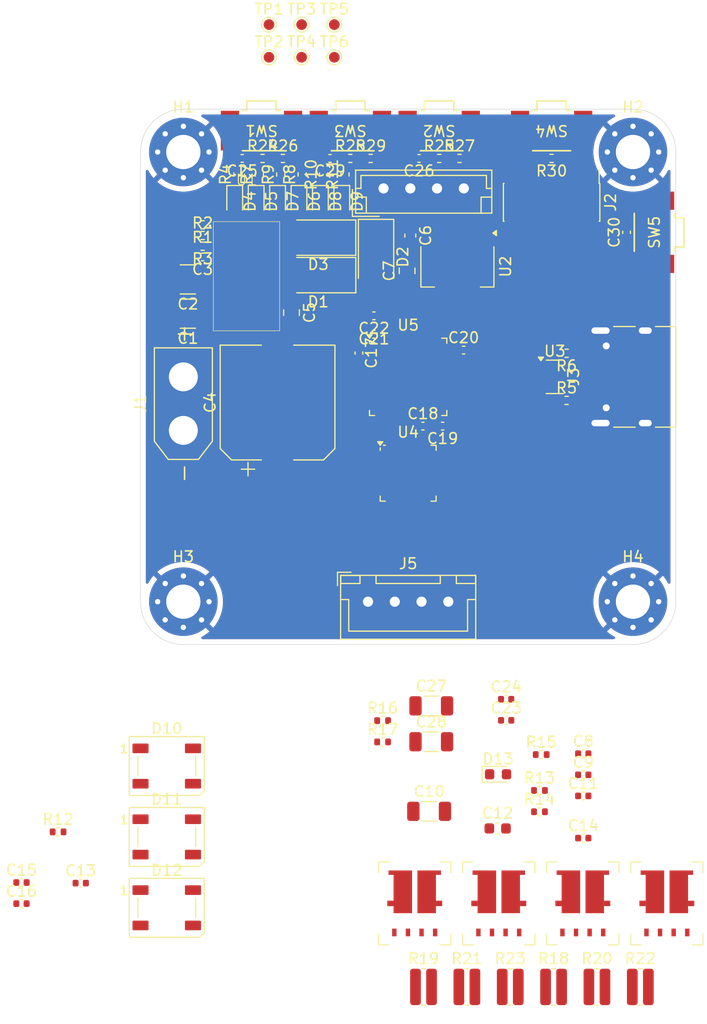
<source format=kicad_pcb>
(kicad_pcb (version 20241229) (generator "pcbnew") (generator_version "9.0")
  (layers (0 "F.Cu" signal) (4 "In1.Cu" signal) (6 "In2.Cu" signal) (2 "B.Cu" signal) (13 "F.Paste" user) (15 "B.Paste" user) (5 "F.SilkS" user "F.Silkscreen") (7 "B.SilkS" user "B.Silkscreen") (1 "F.Mask" user) (3 "B.Mask" user) (25 "Edge.Cuts" user))
  (net 0 "")
  (net 1 "GND")
  (net 2 "+24V")
  (net 3 "Net-(U1-Vcc)")
  (net 4 "/5V_BUCK")
  (net 5 "+5V")
  (net 6 "+3.3V")
  (net 7 "Net-(U4-5VOUT)")
  (net 8 "Net-(U4-VHS)")
  (net 9 "Net-(Q1A-S)")
  (net 10 "Net-(Q2A-S)")
  (net 11 "/BTN_0")
  (net 12 "/BTN_2")
  (net 13 "/BTN_1")
  (net 14 "/5V_USB")
  (net 15 "/5V_UART")
  (net 16 "Net-(D4-K)")
  (net 17 "Net-(D5-K)")
  (net 18 "Net-(D6-K)")
  (net 19 "Net-(D7-K)")
  (net 20 "Net-(D8-K)")
  (net 21 "Net-(D9-K)")
  (net 22 "Net-(D10-DIN)")
  (net 23 "Net-(D10-DOUT)")
  (net 24 "Net-(D11-DOUT)")
  (net 26 "Net-(D13-A)")
  (net 27 "/SWO")
  (net 28 "/VCP_RX")
  (net 31 "/NRST")
  (net 33 "/SWDIO")
  (net 35 "/VCP_TX")
  (net 36 "/SWCLK")
  (net 37 "/D-")
  (net 38 "Net-(J3-CC2)")
  (net 41 "Net-(J3-CC1)")
  (net 42 "/D+")
  (net 43 "/EXT_RX")
  (net 44 "/EXT_TX")
  (net 45 "/BMA1")
  (net 46 "/BMB2")
  (net 47 "/BMB1")
  (net 48 "/BMA2")
  (net 49 "/HA2")
  (net 50 "/LA2")
  (net 51 "/HB2")
  (net 52 "/LB2")
  (net 53 "/LA1")
  (net 54 "/HA1")
  (net 55 "/LB1")
  (net 56 "/HB1")
  (net 57 "Net-(U1-FSW)")
  (net 58 "Net-(U1-FB)")
  (net 59 "/NEO_PWM")
  (net 60 "Net-(U4-CLK)")
  (net 61 "/MOTOR_STALL")
  (net 62 "/SRA")
  (net 63 "/SRB")
  (net 64 "Net-(R25-Pad2)")
  (net 65 "Net-(R28-Pad2)")
  (net 66 "Net-(R24-Pad2)")
  (net 67 "/BOOT_0")
  (net 68 "/USB_DM")
  (net 69 "/USB_DP")
  (net 70 "/TMC_ENN")
  (net 71 "/TMC_SPI_SCK")
  (net 72 "/TMC_SPI_NSS")
  (net 73 "/TMC_STEP")
  (net 74 "/TMC_DIR")
  (net 75 "/TMC_SPI_MISO")
  (net 76 "/TMC_SPI_MOSI")
  (net 79 "Net-(U1-En)")
  (net 86 "/ENC_Z")
  (net 95 "/ENC_A")
  (net 100 "/ENC_B")
  (footprint "Resistor_SMD:R_0612_1632Metric" (layer "F.Cu") (at 96.685 131.98)
    (property "Reference" "R22" (at 0 -2.65 0) (layer "F.SilkS"))
    (property "Value" "180m")
    (pad "1" smd roundrect (at -0.75 0) (size 1 3.4) (layers "F.Cu" "F.Mask" "F.Paste") (net 10 "Net-(Q2A-S)"))
    (pad "2" smd roundrect (at 0.75 0) (size 1 3.4) (layers "F.Cu" "F.Mask" "F.Paste") (net 1 "GND"))
  )
  (footprint "Capacitor_SMD:C_0402_1005Metric" (layer "F.Cu") (at 91.355 118.08)
    (property "Reference" "C14" (at 0 -1.16 0) (layer "F.SilkS"))
    (property "Value" "220n")
    (pad "1" smd roundrect (at -0.48 0) (size 0.56 0.62) (layers "F.Cu" "F.Mask" "F.Paste") (net 8 "Net-(U4-VHS)"))
    (pad "2" smd roundrect (at 0.48 0) (size 0.56 0.62) (layers "F.Cu" "F.Mask" "F.Paste") (net 1 "GND"))
  )
  (footprint "Connector_JST:JST_EH_B4B-EH-A_1x04_P2.50mm_Vertical" (layer "F.Cu") (at 72.7 57.4)
    (property "Reference" "J4" (hide yes))
    (property "Value" "Conn_01x04")
    (pad "1" thru_hole roundrect (at 0 0) (size 1.7 1.95) (drill 0.95) (layers "*.Cu" "*.Mask") (roundrect_rratio 0.147059) (net 1 "GND"))
    (pad "2" thru_hole oval (at 2.5 0) (size 1.7 1.95) (drill 0.95) (layers "*.Cu" "*.Mask") (net 43 "/EXT_RX"))
    (pad "3" thru_hole oval (at 5 0) (size 1.7 1.95) (drill 0.95) (layers "*.Cu" "*.Mask") (net 44 "/EXT_TX"))
    (pad "4" thru_hole oval (at 7.5 0) (size 1.7 1.95) (drill 0.95) (layers "*.Cu" "*.Mask") (net 15 "/5V_UART"))
  )
  (footprint "Maker:SQJ504EP" (layer "F.Cu") (at 91.315 124.18)
    (property "Reference" "Q3" (hide yes))
    (property "Value" "SQJ504EP" (hide yes))
    (pad "1" smd rect (at -1.905 2.715) (size 0.41 0.72) (layers "F.Cu" "F.Mask" "F.Paste") (net 9 "Net-(Q1A-S)"))
    (pad "2" smd rect (at -0.635 2.715) (size 0.41 0.72) (layers "F.Cu" "F.Mask" "F.Paste") (net 53 "/LA1"))
    (pad "3" smd rect (at 0.635 2.715) (size 0.41 0.72) (layers "F.Cu" "F.Mask" "F.Paste") (net 2 "+24V"))
    (pad "4" smd rect (at 1.905 2.715) (size 0.41 0.72) (layers "F.Cu" "F.Mask" "F.Paste") (net 54 "/HA1"))
    (pad "5" smd rect (at -2.2725 0) (size 0.585 0.51) (layers "F.Cu" "F.Mask" "F.Paste") (net 45 "/BMA1"))
    (pad "5" smd rect (at -2.215 -2.87) (size 0.47 0.41) (layers "F.Cu" "F.Mask" "F.Paste") (net 45 "/BMA1"))
    (pad "5" smd rect (at -1.115 -1.08) (size 1.73 3.99) (layers "F.Cu" "F.Mask" "F.Paste") (net 45 "/BMA1"))
    (pad "6" smd rect (at 1.115 -1.08) (size 1.73 3.99) (layers "F.Cu" "F.Mask" "F.Paste") (net 45 "/BMA1"))
    (pad "6" smd rect (at 2.215 -2.87) (size 0.47 0.41) (layers "F.Cu" "F.Mask" "F.Paste") (net 45 "/BMA1"))
    (pad "6" smd rect (at 2.2725 0) (size 0.585 0.51) (layers "F.Cu" "F.Mask" "F.Paste") (net 45 "/BMA1"))
  )
  (footprint "LED_SMD:LED_WS2812B_PLCC4_5.0x5.0mm_P3.2mm" (layer "F.Cu") (at 52.45 117.97)
    (property "Reference" "D11" (at 0 -3.5 0) (layer "F.SilkS"))
    (property "Value" "WS2812B")
    (fp_text user "1" (at -4 -1.6 0) (layer "F.SilkS") (effects (font (size 0.8 0.8))))
    (pad "1" smd roundrect (at -2.45 -1.65) (size 1.5 0.9) (layers "F.Cu" "F.Mask" "F.Paste") (roundrect_rratio 0.1) (net 5 "+5V"))
    (pad "2" smd roundrect (at -2.45 1.65) (size 1.5 0.9) (layers "F.Cu" "F.Mask" "F.Paste") (roundrect_rratio 0.1) (net 24 "Net-(D11-DOUT)"))
    (pad "3" smd roundrect (at 2.45 1.65) (size 1.5 0.9) (layers "F.Cu" "F.Mask" "F.Paste") (roundrect_rratio 0.1) (net 1 "GND"))
    (pad "4" smd roundrect (at 2.45 -1.65) (size 1.5 0.9) (layers "F.Cu" "F.Mask" "F.Paste") (roundrect_rratio 0.1) (net 23 "Net-(D10-DOUT)"))
  )
  (footprint "Maker:SQJ504EP" (layer "F.Cu") (at 83.465 124.18)
    (property "Reference" "Q2" (hide yes))
    (property "Value" "SQJ504EP" (hide yes))
    (pad "1" smd rect (at -1.905 2.715) (size 0.41 0.72) (layers "F.Cu" "F.Mask" "F.Paste") (net 10 "Net-(Q2A-S)"))
    (pad "2" smd rect (at -0.635 2.715) (size 0.41 0.72) (layers "F.Cu" "F.Mask" "F.Paste") (net 52 "/LB2"))
    (pad "3" smd rect (at 0.635 2.715) (size 0.41 0.72) (layers "F.Cu" "F.Mask" "F.Paste") (net 2 "+24V"))
    (pad "4" smd rect (at 1.905 2.715) (size 0.41 0.72) (layers "F.Cu" "F.Mask" "F.Paste") (net 51 "/HB2"))
    (pad "5" smd rect (at -2.2725 0) (size 0.585 0.51) (layers "F.Cu" "F.Mask" "F.Paste") (net 46 "/BMB2"))
    (pad "5" smd rect (at -2.215 -2.87) (size 0.47 0.41) (layers "F.Cu" "F.Mask" "F.Paste") (net 46 "/BMB2"))
    (pad "5" smd rect (at -1.115 -1.08) (size 1.73 3.99) (layers "F.Cu" "F.Mask" "F.Paste") (net 46 "/BMB2"))
    (pad "6" smd rect (at 1.115 -1.08) (size 1.73 3.99) (layers "F.Cu" "F.Mask" "F.Paste") (net 46 "/BMB2"))
    (pad "6" smd rect (at 2.215 -2.87) (size 0.47 0.41) (layers "F.Cu" "F.Mask" "F.Paste") (net 46 "/BMB2"))
    (pad "6" smd rect (at 2.2725 0) (size 0.585 0.51) (layers "F.Cu" "F.Mask" "F.Paste") (net 46 "/BMB2"))
  )
  (footprint "Connector_JST:JST_XH_B4B-XH-A_1x04_P2.50mm_Vertical" (layer "F.Cu") (at 71.25 96)
    (property "Reference" "J5" (at 3.75 -3.55 0) (layer "F.SilkS"))
    (property "Value" "Conn_01x04")
    (pad "1" thru_hole roundrect (at 0 0) (size 1.7 1.95) (drill 0.95) (layers "*.Cu" "*.Mask") (roundrect_rratio 0.147059) (net 48 "/BMA2"))
    (pad "2" thru_hole oval (at 2.5 0) (size 1.7 1.95) (drill 0.95) (layers "*.Cu" "*.Mask") (net 45 "/BMA1"))
    (pad "3" thru_hole oval (at 5 0) (size 1.7 1.95) (drill 0.95) (layers "*.Cu" "*.Mask") (net 46 "/BMB2"))
    (pad "4" thru_hole oval (at 7.5 0) (size 1.7 1.95) (drill 0.95) (layers "*.Cu" "*.Mask") (net 47 "/BMB1"))
  )
  (footprint "Resistor_SMD:R_0402_1005Metric" (layer "F.Cu") (at 87.265 115.62)
    (property "Reference" "R14" (at 0 -1.17 0) (layer "F.SilkS"))
    (property "Value" "10k")
    (pad "1" smd roundrect (at -0.51 0) (size 0.54 0.64) (layers "F.Cu" "F.Mask" "F.Paste") (net 61 "/MOTOR_STALL"))
    (pad "2" smd roundrect (at 0.51 0) (size 0.54 0.64) (layers "F.Cu" "F.Mask" "F.Paste") (net 1 "GND"))
  )
  (footprint "TestPoint:TestPoint_Pad_D1.0mm" (layer "F.Cu") (at 68.1 45.15)
    (property "Reference" "TP6" (at 0 -1.448 0) (layer "F.SilkS"))
    (property "Value" "3V3")
    (pad "1" smd circle (at 0 0) (size 1 1) (layers "F.Cu" "F.Mask") (net 6 "+3.3V"))
  )
  (footprint "Maker:SQJ504EP" (layer "F.Cu") (at 99.165 124.18)
    (property "Reference" "Q4" (hide yes))
    (property "Value" "SQJ504EP" (hide yes))
    (pad "1" smd rect (at -1.905 2.715) (size 0.41 0.72) (layers "F.Cu" "F.Mask" "F.Paste") (net 10 "Net-(Q2A-S)"))
    (pad "2" smd rect (at -0.635 2.715) (size 0.41 0.72) (layers "F.Cu" "F.Mask" "F.Paste") (net 55 "/LB1"))
    (pad "3" smd rect (at 0.635 2.715) (size 0.41 0.72) (layers "F.Cu" "F.Mask" "F.Paste") (net 2 "+24V"))
    (pad "4" smd rect (at 1.905 2.715) (size 0.41 0.72) (layers "F.Cu" "F.Mask" "F.Paste") (net 56 "/HB1"))
    (pad "5" smd rect (at -2.2725 0) (size 0.585 0.51) (layers "F.Cu" "F.Mask" "F.Paste") (net 47 "/BMB1"))
    (pad "5" smd rect (at -2.215 -2.87) (size 0.47 0.41) (layers "F.Cu" "F.Mask" "F.Paste") (net 47 "/BMB1"))
    (pad "5" smd rect (at -1.115 -1.08) (size 1.73 3.99) (layers "F.Cu" "F.Mask" "F.Paste") (net 47 "/BMB1"))
    (pad "6" smd rect (at 1.115 -1.08) (size 1.73 3.99) (layers "F.Cu" "F.Mask" "F.Paste") (net 47 "/BMB1"))
    (pad "6" smd rect (at 2.215 -2.87) (size 0.47 0.41) (layers "F.Cu" "F.Mask" "F.Paste") (net 47 "/BMB1"))
    (pad "6" smd rect (at 2.2725 0) (size 0.585 0.51) (layers "F.Cu" "F.Mask" "F.Paste") (net 47 "/BMB1"))
  )
  (footprint "Capacitor_SMD:C_0402_1005Metric" (layer "F.Cu") (at 84.155 105.11)
    (property "Reference" "C24" (at 0 -1.16 0) (layer "F.SilkS"))
    (property "Value" "470n")
    (pad "1" smd roundrect (at -0.48 0) (size 0.56 0.62) (layers "F.Cu" "F.Mask" "F.Paste") (net 9 "Net-(Q1A-S)"))
    (pad "2" smd roundrect (at 0.48 0) (size 0.56 0.62) (layers "F.Cu" "F.Mask" "F.Paste") (net 1 "GND"))
  )
  (footprint "Capacitor_SMD:CP_Elec_10x10.5" (layer "F.Cu") (at 62.8 77.4 90)
    (property "Reference" "C4" (at 0 -6.3 90) (layer "F.SilkS"))
    (property "Value" "C_Polarized_Small")
    (pad "1" smd roundrect (at -4.2 0 90) (size 4.4 2.5) (layers "F.Cu" "F.Mask" "F.Paste") (roundrect_rratio 0.1) (net 2 "+24V"))
    (pad "2" smd roundrect (at 4.2 0 90) (size 4.4 2.5) (layers "F.Cu" "F.Mask" "F.Paste") (roundrect_rratio 0.1) (net 1 "GND"))
  )
  (footprint "Package_DFN_QFN:QFN-32-1EP_5x5mm_P0.5mm_EP3.45x3.45mm" (layer "F.Cu") (at 75 84)
    (property "Reference" "U4" (at 0 -3.83 0) (layer "F.SilkS"))
    (property "Value" "TMC262")
    (pad "1" smd roundrect (at -2.4375 -1.75) (size 0.875 0.25) (layers "F.Cu" "F.Mask" "F.Paste") (net 1 "GND"))
    (pad "2" smd roundrect (at -2.4375 -1.25) (size 0.875 0.25) (layers "F.Cu" "F.Mask" "F.Paste") (net 54 "/HA1"))
    (pad "3" smd roundrect (at -2.4375 -0.75) (size 0.875 0.25) (layers "F.Cu" "F.Mask" "F.Paste") (net 49 "/HA2"))
    (pad "4" smd roundrect (at -2.4375 -0.25) (size 0.875 0.25) (layers "F.Cu" "F.Mask" "F.Paste") (net 48 "/BMA2"))
    (pad "5" smd roundrect (at -2.4375 0.25) (size 0.875 0.25) (layers "F.Cu" "F.Mask" "F.Paste") (net 45 "/BMA1"))
    (pad "6" smd roundrect (at -2.4375 0.75) (size 0.875 0.25) (layers "F.Cu" "F.Mask" "F.Paste") (net 53 "/LA1"))
    (pad "7" smd roundrect (at -2.4375 1.25) (size 0.875 0.25) (layers "F.Cu" "F.Mask" "F.Paste") (net 50 "/LA2"))
    (pad "8" smd roundrect (at -2.4375 1.75) (size 0.875 0.25) (layers "F.Cu" "F.Mask" "F.Paste") (net 62 "/SRA"))
    (pad "9" smd roundrect (at -1.75 2.4375) (size 0.25 0.875) (layers "F.Cu" "F.Mask" "F.Paste") (net 7 "Net-(U4-5VOUT)"))
    (pad "10" smd roundrect (at -1.25 2.4375) (size 0.25 0.875) (layers "F.Cu" "F.Mask" "F.Paste") (net 75 "/TMC_SPI_MISO"))
    (pad "11" smd roundrect (at -0.75 2.4375) (size 0.25 0.875) (layers "F.Cu" "F.Mask" "F.Paste") (net 76 "/TMC_SPI_MOSI"))
    (pad "12" smd roundrect (at -0.25 2.4375) (size 0.25 0.875) (layers "F.Cu" "F.Mask" "F.Paste") (net 71 "/TMC_SPI_SCK"))
    (pad "13" smd roundrect (at 0.25 2.4375) (size 0.25 0.875) (layers "F.Cu" "F.Mask" "F.Paste") (net 1 "GND"))
    (pad "14" smd roundrect (at 0.75 2.4375) (size 0.25 0.875) (layers "F.Cu" "F.Mask" "F.Paste") (net 72 "/TMC_SPI_NSS"))
    (pad "15" smd roundrect (at 1.25 2.4375) (size 0.25 0.875) (layers "F.Cu" "F.Mask" "F.Paste") (net 70 "/TMC_ENN"))
    (pad "16" smd roundrect (at 1.75 2.4375) (size 0.25 0.875) (layers "F.Cu" "F.Mask" "F.Paste") (net 60 "Net-(U4-CLK)"))
    (pad "17" smd roundrect (at 2.4375 1.75) (size 0.875 0.25) (layers "F.Cu" "F.Mask" "F.Paste") (net 63 "/SRB"))
    (pad "18" smd roundrect (at 2.4375 1.25) (size 0.875 0.25) (layers "F.Cu" "F.Mask" "F.Paste") (net 52 "/LB2"))
    (pad "19" smd roundrect (at 2.4375 0.75) (size 0.875 0.25) (layers "F.Cu" "F.Mask" "F.Paste") (net 55 "/LB1"))
    (pad "20" smd roundrect (at 2.4375 0.25) (size 0.875 0.25) (layers "F.Cu" "F.Mask" "F.Paste") (net 47 "/BMB1"))
    (pad "21" smd roundrect (at 2.4375 -0.25) (size 0.875 0.25) (layers "F.Cu" "F.Mask" "F.Paste") (net 46 "/BMB2"))
    (pad "22" smd roundrect (at 2.4375 -0.75) (size 0.875 0.25) (layers "F.Cu" "F.Mask" "F.Paste") (net 51 "/HB2"))
    (pad "23" smd roundrect (at 2.4375 -1.25) (size 0.875 0.25) (layers "F.Cu" "F.Mask" "F.Paste") (net 56 "/HB1"))
    (pad "24" smd roundrect (at 2.4375 -1.75) (size 0.875 0.25) (layers "F.Cu" "F.Mask" "F.Paste") (net 8 "Net-(U4-VHS)"))
    (pad "25" smd roundrect (at 1.75 -2.4375) (size 0.25 0.875) (layers "F.Cu" "F.Mask" "F.Paste") (net 2 "+24V"))
    (pad "26" smd roundrect (at 1.25 -2.4375) (size 0.25 0.875) (layers "F.Cu" "F.Mask" "F.Paste"))
    (pad "27" smd roundrect (at 0.75 -2.4375) (size 0.25 0.875) (layers "F.Cu" "F.Mask" "F.Paste") (net 61 "/MOTOR_STALL"))
    (pad "28" smd roundrect (at 0.25 -2.4375) (size 0.25 0.875) (layers "F.Cu" "F.Mask" "F.Paste") (net 1 "GND"))
    (pad "29" smd roundrect (at -0.25 -2.4375) (size 0.25 0.875) (layers "F.Cu" "F.Mask" "F.Paste") (net 6 "+3.3V"))
    (pad "30" smd roundrect (at -0.75 -2.4375) (size 0.25 0.875) (layers "F.Cu" "F.Mask" "F.Paste") (net 74 "/TMC_DIR"))
    (pad "31" smd roundrect (at -1.25 -2.4375) (size 0.25 0.875) (layers "F.Cu" "F.Mask" "F.Paste") (net 73 "/TMC_STEP"))
    (pad "32" smd roundrect (at -1.75 -2.4375) (size 0.25 0.875) (layers "F.Cu" "F.Mask" "F.Paste") (net 1 "GND"))
    (pad "33" smd rect (at 0 0) (size 3.45 3.45) (property pad_prop_heatsink) (layers "F.Cu" "F.Mask") (net 1 "GND"))
  )
  (footprint "Package_TO_SOT_SMD:SOT-223" (layer "F.Cu") (at 79.6 64.7 -90)
    (property "Reference" "U2" (at 0 -4.5 90) (layer "F.SilkS"))
    (property "Value" "AZ1117-3.3")
    (pad "1" smd roundrect (at -3.15 -2.3 270) (size 2 1.5) (layers "F.Cu" "F.Mask" "F.Paste") (net 1 "GND"))
    (pad "2" smd roundrect (at -3.15 0 270) (size 2 1.5) (layers "F.Cu" "F.Mask" "F.Paste") (net 6 "+3.3V"))
    (pad "3" smd roundrect (at -3.15 2.3 270) (size 2 1.5) (layers "F.Cu" "F.Mask" "F.Paste") (net 5 "+5V"))
    (pad "4" smd roundrect (at 3.15 0 270) (size 2 3.8) (layers "F.Cu" "F.Mask" "F.Paste") (net 6 "+3.3V"))
  )
  (footprint "Resistor_SMD:R_0402_1005Metric" (layer "F.Cu") (at 55.8 62.8 180)
    (property "Reference" "R3" (at 0 -1.17 0) (layer "F.SilkS"))
    (property "Value" "80k6")
    (pad "1" smd roundrect (at -0.51 0 180) (size 0.54 0.64) (layers "F.Cu" "F.Mask" "F.Paste") (net 58 "Net-(U1-FB)"))
    (pad "2" smd roundrect (at 0.51 0 180) (size 0.54 0.64) (layers "F.Cu" "F.Mask" "F.Paste") (net 1 "GND"))
  )
  (footprint "Maker:KSS221GLFS" (layer "F.Cu") (at 98 61.5 90)
    (property "Reference" "SW5" (at 0 0 90) (layer "F.SilkS"))
    (property "Value" "SW_Push")
    (pad "1" smd rect (at -2.949999 0 90) (size 1.7018 3.7084) (layers "F.Cu" "F.Mask" "F.Paste") (net 31 "/NRST"))
    (pad "2" smd rect (at 2.949999 0 90) (size 1.7018 3.7084) (layers "F.Cu" "F.Mask" "F.Paste") (net 1 "GND"))
  )
  (footprint "Capacitor_SMD:C_0402_1005Metric" (layer "F.Cu") (at 95.4 61.5 90)
    (property "Reference" "C30" (at 0 -1.16 90) (layer "F.SilkS"))
    (property "Value" "100n")
    (pad "1" smd roundrect (at -0.48 0 90) (size 0.56 0.62) (layers "F.Cu" "F.Mask" "F.Paste") (net 31 "/NRST"))
    (pad "2" smd roundrect (at 0.48 0 90) (size 0.56 0.62) (layers "F.Cu" "F.Mask" "F.Paste") (net 1 "GND"))
  )
  (footprint "Resistor_SMD:R_0402_1005Metric" (layer "F.Cu") (at 67.1 56.11 90)
    (property "Reference" "R10" (at 0 -1.17 90) (layer "F.SilkS"))
    (property "Value" "2k5")
    (pad "1" smd roundrect (at -0.51 0 90) (size 0.54 0.64) (layers "F.Cu" "F.Mask" "F.Paste") (net 20 "Net-(D8-K)"))
    (pad "2" smd roundrect (at 0.51 0 90) (size 0.54 0.64) (layers "F.Cu" "F.Mask" "F.Paste") (net 1 "GND"))
  )
  (footprint "Diode_SMD:D_SMA" (layer "F.Cu") (at 66.6 65.5 180)
    (property "Reference" "D1" (at 0 -2.5 0) (layer "F.SilkS"))
    (property "Value" "FSV340AF")
    (pad "1" smd roundrect (at -2 0 180) (size 2.5 1.8) (layers "F.Cu" "F.Mask" "F.Paste") (roundrect_rratio 0.1388888889) (net 5 "+5V"))
    (pad "2" smd roundrect (at 2 0 180) (size 2.5 1.8) (layers "F.Cu" "F.Mask" "F.Paste") (roundrect_rratio 0.1388888889) (net 4 "/5V_BUCK"))
  )
  (footprint "Package_TO_SOT_SMD:SOT-23-6" (layer "F.Cu") (at 88.7 75)
    (property "Reference" "U3" (at 0 -2.4 0) (layer "F.SilkS"))
    (property "Value" "USBLC6-2SC6")
    (pad "1" smd roundrect (at -1.1375 -0.95) (size 1.325 0.6) (layers "F.Cu" "F.Mask" "F.Paste") (net 69 "/USB_DP"))
    (pad "2" smd roundrect (at -1.1375 0) (size 1.325 0.6) (layers "F.Cu" "F.Mask" "F.Paste") (net 1 "GND"))
    (pad "3" smd roundrect (at -1.1375 0.95) (size 1.325 0.6) (layers "F.Cu" "F.Mask" "F.Paste") (net 68 "/USB_DM"))
    (pad "4" smd roundrect (at 1.1375 0.95) (size 1.325 0.6) (layers "F.Cu" "F.Mask" "F.Paste") (net 37 "/D-"))
    (pad "5" smd roundrect (at 1.1375 0) (size 1.325 0.6) (layers "F.Cu" "F.Mask" "F.Paste") (net 14 "/5V_USB"))
    (pad "6" smd roundrect (at 1.1375 -0.95) (size 1.325 0.6) (layers "F.Cu" "F.Mask" "F.Paste") (net 42 "/D+"))
  )
  (footprint "MountingHole:MountingHole_3.2mm_M3_Pad_Via" (layer "F.Cu") (at 54 54)
    (property "Reference" "H1" (at 0 -4.2 0) (layer "F.SilkS"))
    (property "Value" "MountingHole_Pad")
    (pad "1" thru_hole circle (at -2.4 0) (size 0.8 0.8) (drill 0.5) (layers "*.Cu" "*.Mask") (net 1 "GND"))
    (pad "1" thru_hole circle (at -1.697056 -1.697056) (size 0.8 0.8) (drill 0.5) (layers "*.Cu" "*.Mask") (net 1 "GND"))
    (pad "1" thru_hole circle (at -1.697056 1.697056) (size 0.8 0.8) (drill 0.5) (layers "*.Cu" "*.Mask") (net 1 "GND"))
    (pad "1" thru_hole circle (at 0 -2.4) (size 0.8 0.8) (drill 0.5) (layers "*.Cu" "*.Mask") (net 1 "GND"))
    (pad "1" thru_hole circle (at 0 0) (size 6.4 6.4) (drill 3.2) (layers "*.Cu" "*.Mask") (net 1 "GND"))
    (pad "1" thru_hole circle (at 0 2.4) (size 0.8 0.8) (drill 0.5) (layers "*.Cu" "*.Mask") (net 1 "GND"))
    (pad "1" thru_hole circle (at 1.697056 -1.697056) (size 0.8 0.8) (drill 0.5) (layers "*.Cu" "*.Mask") (net 1 "GND"))
    (pad "1" thru_hole circle (at 1.697056 1.697056) (size 0.8 0.8) (drill 0.5) (layers "*.Cu" "*.Mask") (net 1 "GND"))
    (pad "1" thru_hole circle (at 2.4 0) (size 0.8 0.8) (drill 0.5) (layers "*.Cu" "*.Mask") (net 1 "GND"))
  )
  (footprint "Resistor_SMD:R_0402_1005Metric" (layer "F.Cu") (at 72.615 107.11)
    (property "Reference" "R16" (at 0 -1.17 0) (layer "F.SilkS"))
    (property "Value" "10")
    (pad "1" smd roundrect (at -0.51 0) (size 0.54 0.64) (layers "F.Cu" "F.Mask" "F.Paste") (net 62 "/SRA"))
    (pad "2" smd roundrect (at 0.51 0) (size 0.54 0.64) (layers "F.Cu" "F.Mask" "F.Paste") (net 9 "Net-(Q1A-S)"))
  )
  (footprint "Resistor_SMD:R_0612_1632Metric" (layer "F.Cu") (at 92.635 131.98)
    (property "Reference" "R20" (at 0 -2.65 0) (layer "F.SilkS"))
    (property "Value" "180m")
    (pad "1" smd roundrect (at -0.75 0) (size 1 3.4) (layers "F.Cu" "F.Mask" "F.Paste") (net 10 "Net-(Q2A-S)"))
    (pad "2" smd roundrect (at 0.75 0) (size 1 3.4) (layers "F.Cu" "F.Mask" "F.Paste") (net 1 "GND"))
  )
  (footprint "TestPoint:TestPoint_Pad_D1.0mm" (layer "F.Cu") (at 65.05 42.1)
    (property "Reference" "TP3" (at 0 -1.448 0) (layer "F.SilkS"))
    (property "Value" "5V_USB")
    (pad "1" smd circle (at 0 0) (size 1 1) (layers "F.Cu" "F.Mask") (net 14 "/5V_USB"))
  )
  (footprint "Capacitor_SMD:C_0402_1005Metric" (layer "F.Cu") (at 59.5 54.6 180)
    (property "Reference" "C25" (at 0 -1.16 0) (layer "F.SilkS"))
    (property "Value" "10n")
    (pad "1" smd roundrect (at -0.48 0 180) (size 0.56 0.62) (layers "F.Cu" "F.Mask" "F.Paste") (net 11 "/BTN_0"))
    (pad "2" smd roundrect (at 0.48 0 180) (size 0.56 0.62) (layers "F.Cu" "F.Mask" "F.Paste") (net 1 "GND"))
  )
  (footprint "Resistor_SMD:R_0402_1005Metric" (layer "F.Cu") (at 87.265 113.63)
    (property "Reference" "R13" (at 0 -1.17 0) (layer "F.SilkS"))
    (property "Value" "1k")
    (pad "1" smd roundrect (at -0.51 0) (size 0.54 0.64) (layers "F.Cu" "F.Mask" "F.Paste") (net 1 "GND"))
    (pad "2" smd roundrect (at 0.51 0) (size 0.54 0.64) (layers "F.Cu" "F.Mask" "F.Paste") (net 60 "Net-(U4-CLK)"))
  )
  (footprint "Capacitor_SMD:C_0402_1005Metric" (layer "F.Cu") (at 80.18 72.5)
    (property "Reference" "C20" (at 0 -1.16 0) (layer "F.SilkS"))
    (property "Value" "100n")
    (pad "1" smd roundrect (at -0.48 0) (size 0.56 0.62) (layers "F.Cu" "F.Mask" "F.Paste") (net 6 "+3.3V"))
    (pad "2" smd roundrect (at 0.48 0) (size 0.56 0.62) (layers "F.Cu" "F.Mask" "F.Paste") (net 1 "GND"))
  )
  (footprint "Capacitor_SMD:C_0402_1005Metric" (layer "F.Cu") (at 70.4 72.78 -90)
    (property "Reference" "C17" (at 0 -1.16 90) (layer "F.SilkS"))
    (property "Value" "100n")
    (pad "1" smd roundrect (at -0.48 0 270) (size 0.56 0.62) (layers "F.Cu" "F.Mask" "F.Paste") (net 6 "+3.3V"))
    (pad "2" smd roundrect (at 0.48 0 270) (size 0.56 0.62) (layers "F.Cu" "F.Mask" "F.Paste") (net 1 "GND"))
  )
  (footprint "Resistor_SMD:R_0402_1005Metric" (layer "F.Cu") (at 72.615 109.1)
    (property "Reference" "R17" (at 0 -1.17 0) (layer "F.SilkS"))
    (property "Value" "10")
    (pad "1" smd roundrect (at -0.51 0) (size 0.54 0.64) (layers "F.Cu" "F.Mask" "F.Paste") (net 63 "/SRB"))
    (pad "2" smd roundrect (at 0.51 0) (size 0.54 0.64) (layers "F.Cu" "F.Mask" "F.Paste") (net 10 "Net-(Q2A-S)"))
  )
  (footprint "Capacitor_SMD:C_0402_1005Metric" (layer "F.Cu") (at 38.88 124.2)
    (property "Reference" "C16" (at 0 -1.16 0) (layer "F.SilkS"))
    (property "Value" "100n")
    (pad "1" smd roundrect (at -0.48 0) (size 0.56 0.62) (layers "F.Cu" "F.Mask" "F.Paste") (net 5 "+5V"))
    (pad "2" smd roundrect (at 0.48 0) (size 0.56 0.62) (layers "F.Cu" "F.Mask" "F.Paste") (net 1 "GND"))
  )
  (footprint "LED_SMD:LED_0603_1608Metric" (layer "F.Cu") (at 58.8 58.6125 -90)
    (property "Reference" "D4" (at 0 -1.43 90) (layer "F.SilkS"))
    (property "Value" "LED")
    (pad "1" smd roundrect (at -0.7875 0 270) (size 0.875 0.95) (layers "F.Cu" "F.Mask" "F.Paste") (net 16 "Net-(D4-K)"))
    (pad "2" smd roundrect (at 0.7875 0 270) (size 0.875 0.95) (layers "F.Cu" "F.Mask" "F.Paste") (net 2 "+24V"))
  )
  (footprint "LED_SMD:LED_0603_1608Metric" (layer "F.Cu") (at 66.8 58.6125 -90)
    (property "Reference" "D8" (at 0 -1.43 90) (layer "F.SilkS"))
    (property "Value" "LED")
    (pad "1" smd roundrect (at -0.7875 0 270) (size 0.875 0.95) (layers "F.Cu" "F.Mask" "F.Paste") (net 20 "Net-(D8-K)"))
    (pad "2" smd roundrect (at 0.7875 0 270) (size 0.875 0.95) (layers "F.Cu" "F.Mask" "F.Paste") (net 5 "+5V"))
  )
  (footprint "MountingHole:MountingHole_3.2mm_M3_Pad_Via" (layer "F.Cu") (at 96 96)
    (property "Reference" "H4" (at 0 -4.2 0) (layer "F.SilkS"))
    (property "Value" "MountingHole_Pad")
    (pad "1" thru_hole circle (at -2.4 0) (size 0.8 0.8) (drill 0.5) (layers "*.Cu" "*.Mask") (net 1 "GND"))
    (pad "1" thru_hole circle (at -1.697056 -1.697056) (size 0.8 0.8) (drill 0.5) (layers "*.Cu" "*.Mask") (net 1 "GND"))
    (pad "1" thru_hole circle (at -1.697056 1.697056) (size 0.8 0.8) (drill 0.5) (layers "*.Cu" "*.Mask") (net 1 "GND"))
    (pad "1" thru_hole circle (at 0 -2.4) (size 0.8 0.8) (drill 0.5) (layers "*.Cu" "*.Mask") (net 1 "GND"))
    (pad "1" thru_hole circle (at 0 0) (size 6.4 6.4) (drill 3.2) (layers "*.Cu" "*.Mask") (net 1 "GND"))
    (pad "1" thru_hole circle (at 0 2.4) (size 0.8 0.8) (drill 0.5) (layers "*.Cu" "*.Mask") (net 1 "GND"))
    (pad "1" thru_hole circle (at 1.697056 -1.697056) (size 0.8 0.8) (drill 0.5) (layers "*.Cu" "*.Mask") (net 1 "GND"))
    (pad "1" thru_hole circle (at 1.697056 1.697056) (size 0.8 0.8) (drill 0.5) (layers "*.Cu" "*.Mask") (net 1 "GND"))
    (pad "1" thru_hole circle (at 2.4 0) (size 0.8 0.8) (drill 0.5) (layers "*.Cu" "*.Mask") (net 1 "GND"))
  )
  (footprint "Capacitor_SMD:C_0603_1608Metric" (layer "F.Cu") (at 83.36 117.18)
    (property "Reference" "C12" (at 0 -1.43 0) (layer "F.SilkS"))
    (property "Value" "10u")
    (pad "1" smd roundrect (at -0.775 0) (size 0.9 0.95) (layers "F.Cu" "F.Mask" "F.Paste") (net 7 "Net-(U4-5VOUT)"))
    (pad "2" smd roundrect (at 0.775 0) (size 0.9 0.95) (layers "F.Cu" "F.Mask" "F.Paste") (net 1 "GND"))
  )
  (footprint "Resistor_SMD:R_0402_1005Metric" (layer "F.Cu") (at 77.9 54.6)
    (property "Reference" "R25" (at 0 -1.17 0) (layer "F.SilkS"))
    (property "Value" "10k")
    (pad "1" smd roundrect (at -0.51 0) (size 0.54 0.64) (layers "F.Cu" "F.Mask" "F.Paste") (net 12 "/BTN_2"))
    (pad "2" smd roundrect (at 0.51 0) (size 0.54 0.64) (layers "F.Cu" "F.Mask" "F.Paste") (net 64 "Net-(R25-Pad2)"))
  )
  (footprint "Capacitor_SMD:C_0402_1005Metric" (layer "F.Cu") (at 91.355 114.14)
    (property "Reference" "C11" (at 0 -1.16 0) (layer "F.SilkS"))
    (property "Value" "470n")
    (pad "1" smd roundrect (at -0.48 0) (size 0.56 0.62) (layers "F.Cu" "F.Mask" "F.Paste") (net 7 "Net-(U4-5VOUT)"))
    (pad "2" smd roundrect (at 0.48 0) (size 0.56 0.62) (layers "F.Cu" "F.Mask" "F.Paste") (net 1 "GND"))
  )
  (footprint "Capacitor_SMD:C_0402_1005Metric" (layer "F.Cu") (at 91.355 112.17)
    (property "Reference" "C9" (at 0 -1.16 0) (layer "F.SilkS"))
    (property "Value" "100n")
    (pad "1" smd roundrect (at -0.48 0) (size 0.56 0.62) (layers "F.Cu" "F.Mask" "F.Paste") (net 2 "+24V"))
    (pad "2" smd roundrect (at 0.48 0) (size 0.56 0.62) (layers "F.Cu" "F.Mask" "F.Paste") (net 1 "GND"))
  )
  (footprint "Capacitor_SMD:C_0402_1005Metric" (layer "F.Cu") (at 91.355 110.2)
    (property "Reference" "C8" (at 0 -1.16 0) (layer "F.SilkS"))
    (property "Value" "100n")
    (pad "1" smd roundrect (at -0.48 0) (size 0.56 0.62) (layers "F.Cu" "F.Mask" "F.Paste") (net 6 "+3.3V"))
    (pad "2" smd roundrect (at 0.48 0) (size 0.56 0.62) (layers "F.Cu" "F.Mask" "F.Paste") (net 1 "GND"))
  )
  (footprint "Capacitor_SMD:C_0402_1005Metric" (layer "F.Cu") (at 71.8 70.3 180)
    (property "Reference" "C21" (at 0 -1.16 0) (layer "F.SilkS"))
    (property "Value" "100n")
    (pad "1" smd roundrect (at -0.48 0 180) (size 0.56 0.62) (layers "F.Cu" "F.Mask" "F.Paste") (net 6 "+3.3V"))
    (pad "2" smd roundrect (at 0.48 0 180) (size 0.56 0.62) (layers "F.Cu" "F.Mask" "F.Paste") (net 1 "GND"))
  )
  (footprint "MountingHole:MountingHole_3.2mm_M3_Pad_Via" (layer "F.Cu") (at 96 54)
    (property "Reference" "H2" (at 0 -4.2 0) (layer "F.SilkS"))
    (property "Value" "MountingHole_Pad")
    (pad "1" thru_hole circle (at -2.4 0) (size 0.8 0.8) (drill 0.5) (layers "*.Cu" "*.Mask") (net 1 "GND"))
    (pad "1" thru_hole circle (at -1.697056 -1.697056) (size 0.8 0.8) (drill 0.5) (layers "*.Cu" "*.Mask") (net 1 "GND"))
    (pad "1" thru_hole circle (at -1.697056 1.697056) (size 0.8 0.8) (drill 0.5) (layers "*.Cu" "*.Mask") (net 1 "GND"))
    (pad "1" thru_hole circle (at 0 -2.4) (size 0.8 0.8) (drill 0.5) (layers "*.Cu" "*.Mask") (net 1 "GND"))
    (pad "1" thru_hole circle (at 0 0) (size 6.4 6.4) (drill 3.2) (layers "*.Cu" "*.Mask") (net 1 "GND"))
    (pad "1" thru_hole circle (at 0 2.4) (size 0.8 0.8) (drill 0.5) (layers "*.Cu" "*.Mask") (net 1 "GND"))
    (pad "1" thru_hole circle (at 1.697056 -1.697056) (size 0.8 0.8) (drill 0.5) (layers "*.Cu" "*.Mask") (net 1 "GND"))
    (pad "1" thru_hole circle (at 1.697056 1.697056) (size 0.8 0.8) (drill 0.5) (layers "*.Cu" "*.Mask") (net 1 "GND"))
    (pad "1" thru_hole circle (at 2.4 0) (size 0.8 0.8) (drill 0.5) (layers "*.Cu" "*.Mask") (net 1 "GND"))
  )
  (footprint "Capacitor_SMD:C_0402_1005Metric" (layer "F.Cu") (at 44.415 122.285)
    (property "Reference" "C13" (at 0 -1.16 0) (layer "F.SilkS"))
    (property "Value" "100n")
    (pad "1" smd roundrect (at -0.48 0) (size 0.56 0.62) (layers "F.Cu" "F.Mask" "F.Paste") (net 1 "GND"))
    (pad "2" smd roundrect (at 0.48 0) (size 0.56 0.62) (layers "F.Cu" "F.Mask" "F.Paste") (net 5 "+5V"))
  )
  (footprint "Capacitor_SMD:C_1206_3216Metric" (layer "F.Cu") (at 77.16 109.08)
    (property "Reference" "C28" (at 0 -1.85 0) (layer "F.SilkS"))
    (property "Value" "10u")
    (pad "1" smd roundrect (at -1.475 0) (size 1.15 1.8) (layers "F.Cu" "F.Mask" "F.Paste") (roundrect_rratio 0.217391) (net 2 "+24V"))
    (pad "2" smd roundrect (at 1.475 0) (size 1.15 1.8) (layers "F.Cu" "F.Mask" "F.Paste") (roundrect_rratio 0.217391) (net 1 "GND"))
  )
  (footprint "Capacitor_SMD:C_1206_3216Metric" (layer "F.Cu") (at 77.16 105.73)
    (property "Reference" "C27" (at 0 -1.85 0) (layer "F.SilkS"))
    (property "Value" "10u")
    (pad "1" smd roundrect (at -1.475 0) (size 1.15 1.8) (layers "F.Cu" "F.Mask" "F.Paste") (roundrect_rratio 0.217391) (net 2 "+24V"))
    (pad "2" smd roundrect (at 1.475 0) (size 1.15 1.8) (layers "F.Cu" "F.Mask" "F.Paste") (roundrect_rratio 0.217391) (net 1 "GND"))
  )
  (footprint "Connector_PinHeader_1.27mm:PinHeader_2x07_P1.27mm_Vertical_SMD" (layer "F.Cu") (at 88.4 58.7 -90)
    (property "Reference" "J2" (at 0 -5.505 90) (layer "F.SilkS"))
    (property "Value" "~")
    (pad "1" smd rect (at -1.95 -3.81 270) (size 2.4 0.74) (layers "F.Cu" "F.Mask" "F.Paste"))
    (pad "2" smd rect (at 1.95 -3.81 270) (size 2.4 0.74) (layers "F.Cu" "F.Mask" "F.Paste"))
    (pad "3" smd rect (at -1.95 -2.54 270) (size 2.4 0.74) (layers "F.Cu" "F.Mask" "F.Paste") (net 6 "+3.3V"))
    (pad "4" smd rect (at 1.95 -2.54 270) (size 2.4 0.74) (layers "F.Cu" "F.Mask" "F.Paste") (net 33 "/SWDIO"))
    (pad "5" smd rect (at -1.95 -1.27 270) (size 2.4 0.74) (layers "F.Cu" "F.Mask" "F.Paste") (net 1 "GND"))
    (pad "6" smd rect (at 1.95 -1.27 270) (size 2.4 0.74) (layers "F.Cu" "F.Mask" "F.Paste") (net 36 "/SWCLK"))
    (pad "7" smd rect (at -1.95 0 270) (size 2.4 0.74) (layers "F.Cu" "F.Mask" "F.Paste") (net 1 "GND"))
    (pad "8" smd rect (at 1.95 0 270) (size 2.4 0.74) (layers "F.Cu" "F.Mask" "F.Paste") (net 27 "/SWO"))
    (pad "9" smd rect (at -1.95 1.27 270) (size 2.4 0.74) (layers "F.Cu" "F.Mask" "F.Paste"))
    (pad "10" smd rect (at 1.95 1.27 270) (size 2.4 0.74) (layers "F.Cu" "F.Mask" "F.Paste"))
    (pad "11" smd rect (at -1.95 2.54 270) (size 2.4 0.74) (layers "F.Cu" "F.Mask" "F.Paste") (net 1 "GND"))
    (pad "12" smd rect (at 1.95 2.54 270) (size 2.4 0.74) (layers "F.Cu" "F.Mask" "F.Paste") (net 31 "/NRST"))
    (pad "13" smd rect (at -1.95 3.81 270) (size 2.4 0.74) (layers "F.Cu" "F.Mask" "F.Paste") (net 28 "/VCP_RX"))
    (pad "14" smd rect (at 1.95 3.81 270) (size 2.4 0.74) (layers "F.Cu" "F.Mask" "F.Paste") (net 35 "/VCP_TX"))
  )
  (footprint "Resistor_SMD:R_0402_1005Metric" (layer "F.Cu") (at 88.4 54.6 180)
    (property "Reference" "R30" (at 0 -1.17 0) (layer "F.SilkS"))
    (property "Value" "10k")
    (pad "1" smd roundrect (at -0.51 0 180) (size 0.54 0.64) (layers "F.Cu" "F.Mask" "F.Paste") (net 1 "GND"))
    (pad "2" smd roundrect (at 0.51 0 180) (size 0.54 0.64) (layers "F.Cu" "F.Mask" "F.Paste") (net 67 "/BOOT_0"))
  )
  (footprint "Capacitor_SMD:C_0402_1005Metric" (layer "F.Cu") (at 76.38 79.6)
    (property "Reference" "C18" (at 0 -1.16 0) (layer "F.SilkS"))
    (property "Value" "100n")
    (pad "1" smd roundrect (at -0.48 0) (size 0.56 0.62) (layers "F.Cu" "F.Mask" "F.Paste") (net 6 "+3.3V"))
    (pad "2" smd roundrect (at 0.48 0) (size 0.56 0.62) (layers "F.Cu" "F.Mask" "F.Paste") (net 1 "GND"))
  )
  (footprint "TestPoint:TestPoint_Pad_D1.0mm" (layer "F.Cu") (at 68.1 42.1)
    (property "Reference" "TP5" (at 0 -1.448 0) (layer "F.SilkS"))
    (property "Value" "5V")
    (pad "1" smd circle (at 0 0) (size 1 1) (layers "F.Cu" "F.Mask") (net 5 "+5V"))
  )
  (footprint "Capacitor_SMD:C_0402_1005Metric" (layer "F.Cu") (at 38.88 122.23)
    (property "Reference" "C15" (at 0 -1.16 0) (layer "F.SilkS"))
    (property "Value" "100n")
    (pad "1" smd roundrect (at -0.48 0) (size 0.56 0.62) (layers "F.Cu" "F.Mask" "F.Paste") (net 5 "+5V"))
    (pad "2" smd roundrect (at 0.48 0) (size 0.56 0.62) (layers "F.Cu" "F.Mask" "F.Paste") (net 1 "GND"))
  )
  (footprint "LED_SMD:LED_WS2812B_PLCC4_5.0x5.0mm_P3.2mm" (layer "F.Cu") (at 52.45 124.59)
    (property "Reference" "D12" (at 0 -3.5 0) (layer "F.SilkS"))
    (property "Value" "WS2812B")
    (fp_text user "1" (at -4 -1.6 0) (layer "F.SilkS") (effects (font (size 0.8 0.8))))
    (pad "1" smd roundrect (at -2.45 -1.65) (size 1.5 0.9) (layers "F.Cu" "F.Mask" "F.Paste") (roundrect_rratio 0.1) (net 5 "+5V"))
    (pad "2" smd roundrect (at -2.45 1.65) (size 1.5 0.9) (layers "F.Cu" "F.Mask" "F.Paste") (roundrect_rratio 0.1))
    (pad "3" smd roundrect (at 2.45 1.65) (size 1.5 0.9) (layers "F.Cu" "F.Mask" "F.Paste") (roundrect_rratio 0.1) (net 1 "GND"))
    (pad "4" smd roundrect (at 2.45 -1.65) (size 1.5 0.9) (layers "F.Cu" "F.Mask" "F.Paste") (roundrect_rratio 0.1) (net 24 "Net-(D11-DOUT)"))
  )
  (footprint "Resistor_SMD:R_0612_1632Metric" (layer "F.Cu") (at 88.585 131.98)
    (property "Reference" "R18" (at 0 -2.65 0) (layer "F.SilkS"))
    (property "Value" "180m")
    (pad "1" smd roundrect (at -0.75 0) (size 1 3.4) (layers "F.Cu" "F.Mask" "F.Paste") (net 10 "Net-(Q2A-S)"))
    (pad "2" smd roundrect (at 0.75 0) (size 1 3.4) (layers "F.Cu" "F.Mask" "F.Paste") (net 1 "GND"))
  )
  (footprint "Capacitor_SMD:C_1210_3225Metric" (layer "F.Cu") (at 54.425 69.1 180)
    (property "Reference" "C1" (at 0 -2.3 0) (layer "F.SilkS"))
    (property "Value" "4u7")
    (pad "1" smd roundrect (at -1.475 0 180) (size 1.15 2.7) (layers "F.Cu" "F.Mask" "F.Paste") (roundrect_rratio 0.217391) (net 2 "+24V"))
    (pad "2" smd roundrect (at 1.475 0 180) (size 1.15 2.7) (layers "F.Cu" "F.Mask" "F.Paste") (roundrect_rratio 0.217391) (net 1 "GND"))
  )
  (footprint "TestPoint:TestPoint_Pad_D1.0mm" (layer "F.Cu") (at 62 42.1)
    (property "Reference" "TP1" (at 0 -1.448 0) (layer "F.SilkS"))
    (property "Value" "24V")
    (pad "1" smd circle (at 0 0) (size 1 1) (layers "F.Cu" "F.Mask") (net 2 "+24V"))
  )
  (footprint "Connector_USB:USB_C_Receptacle_HRO_TYPE-C-31-M-12" (layer "F.Cu") (at 96.1 75 90)
    (property "Reference" "J3" (at 0 -5.645 90) (layer "F.SilkS"))
    (property "Value" "629722000214")
    (pad "" np_thru_hole circle (at -2.89 -2.6 90) (size 0.65 0.65) (drill 0.65) (layers "*.Cu" "*.Mask"))
    (pad "" np_thru_hole circle (at 2.89 -2.6 90) (size 0.65 0.65) (drill 0.65) (layers "*.Cu" "*.Mask"))
    (pad "A1" smd rect (at -3.25 -4.045 90) (size 0.6 1.45) (layers "F.Cu" "F.Mask" "F.Paste") (net 1 "GND"))
    (pad "A4" smd rect (at -2.45 -4.045 90) (size 0.6 1.45) (layers "F.Cu" "F.Mask" "F.Paste") (net 14 "/5V_USB"))
    (pad "A5" smd rect (at -1.25 -4.045 90) (size 0.3 1.45) (layers "F.Cu" "F.Mask" "F.Paste") (net 41 "Net-(J3-CC1)"))
    (pad "A6" smd rect (at -0.25 -4.045 90) (size 0.3 1.45) (layers "F.Cu" "F.Mask" "F.Paste") (net 42 "/D+"))
    (pad "A7" smd rect (at 0.25 -4.045 90) (size 0.3 1.45) (layers "F.Cu" "F.Mask" "F.Paste") (net 37 "/D-"))
    (pad "A8" smd rect (at 1.25 -4.045 90) (size 0.3 1.45) (layers "F.Cu" "F.Mask" "F.Paste"))
    (pad "A9" smd rect (at 2.45 -4.045 90) (size 0.6 1.45) (layers "F.Cu" "F.Mask" "F.Paste") (net 14 "/5V_USB"))
    (pad "A12" smd rect (at 3.25 -4.045 90) (size 0.6 1.45) (layers "F.Cu" "F.Mask" "F.Paste") (net 1 "GND"))
    (pad "B1" smd rect (at 3.25 -4.045 90) (size 0.6 1.45) (layers "F.Cu" "F.Mask" "F.Paste") (net 1 "GND"))
    (pad "B4" smd rect (at 2.45 -4.045 90) (size 0.6 1.45) (layers "F.Cu" "F.Mask" "F.Paste") (net 14 "/5V_USB"))
    (pad "B5" smd rect (at 1.75 -4.045 90) (size 0.3 1.45) (layers "F.Cu" "F.Mask" "F.Paste") (net 38 "Net-(J3-CC2)"))
    (pad "B6" smd rect (at 0.75 -4.045 90) (size 0.3 1.45) (layers "F.Cu" "F.Mask" "F.Paste") (net 42 "/D+"))
    (pad "B7" smd rect (at -0.75 -4.045 90) (size 0.3 1.45) (layers "F.Cu" "F.Mask" "F.Paste") (net 37 "/D-"))
    (pad "B8" smd rect (at -1.75 -4.045 90) (size 0.3 1.45) (layers "F.Cu" "F.Mask" "F.Paste"))
    (pad "B9" smd rect (at -2.45 -4.045 90) (size 0.6 1.45) (layers "F.Cu" "F.Mask" "F.Paste") (net 14 "/5V_USB"))
    (pad "B12" smd rect (at -3.25 -4.045 90) (size 0.6 1.45) (layers "F.Cu" "F.Mask" "F.Paste") (net 1 "GND"))
    (pad "S1" thru_hole oval (at -4.32 -3.13 90) (size 1 2.1) (drill oval 0.6 1.7) (property pad_prop_heatsink) (layers "*.Cu" "*.Mask") (net 1 "GND"))
    (pad "S1" thru_hole oval (at -4.32 1.05 90) (size 1 1.6) (drill oval 0.6 1.2) (property pad_prop_heatsink) (layers "*.Cu" "*.Mask") (net 1 "GND"))
    (pad "S1" thru_hole oval (at 4.32 -3.13 90) (size 1 2.1) (drill oval 0.6 1.7) (property pad_prop_heatsink) (layers "*.Cu" "*.Mask") (net 1 "GND"))
    (pad "S1" thru_hole oval (at 4.32 1.05 90) (size 1 1.6) (drill oval 0.6 1.2) (property pad_prop_heatsink) (layers "*.Cu" "*.Mask") (net 1 "GND"))
  )
  (footprint "Maker:KSS221GLFS" (layer "F.Cu") (at 61.3 52 180)
    (property "Reference" "SW1" (at 0 0 180) (layer "F.SilkS"))
    (property "Value" "SW_Push")
    (pad "1" smd rect (at -2.949999 0 180) (size 1.7018 3.7084) (layers "F.Cu" "F.Mask" "F.Paste") (net 66 "Net-(R24-Pad2)"))
    (pad "2" smd rect (at 2.949999 0 180) (size 1.7018 3.7084) (layers "F.Cu" "F.Mask" "F.Paste") (net 1 "GND"))
  )
  (footprint "Package_DFN_QFN:QFN-48-1EP_7x7mm_P0.5mm_EP5.6x5.6mm" (layer "F.Cu") (at 75 75)
    (property "Reference" "U5" (at 0 -4.83 0) (layer "F.SilkS"))
    (property "Value" "STM32G431CBUx")
    (pad "1" smd roundrect (at -3.4375 -2.75) (size 0.875 0.25) (layers "F.Cu" "F.Mask" "F.Paste") (net 6 "+3.3V"))
    (pad "2" smd roundrect (at -3.4375 -2.25) (size 0.875 0.25) (layers "F.Cu" "F.Mask" "F.Paste"))
    (pad "3" smd roundrect (at -3.4375 -1.75) (size 0.875 0.25) (layers "F.Cu" "F.Mask" "F.Paste"))
    (pad "4" smd roundrect (at -3.4375 -1.25) (size 0.875 0.25) (layers "F.Cu" "F.Mask" "F.Paste"))
    (pad "5" smd roundrect (at -3.4375 -0.75) (size 0.875 0.25) (layers "F.Cu" "F.Mask" "F.Paste"))
    (pad "6" smd roundrect (at -3.4375 -0.25) (size 0.875 0.25) (layers "F.Cu" "F.Mask" "F.Paste") (net 61 "/MOTOR_STALL"))
    (pad "7" smd roundrect (at -3.4375 0.25) (size 0.875 0.25) (layers "F.Cu" "F.Mask" "F.Paste"))
    (pad "8" smd roundrect (at -3.4375 0.75) (size 0.875 0.25) (layers "F.Cu" "F.Mask" "F.Paste") (net 73 "/TMC_STEP"))
    (pad "9" smd roundrect (at -3.4375 1.25) (size 0.875 0.25) (layers "F.Cu" "F.Mask" "F.Paste") (net 74 "/TMC_DIR"))
    (pad "10" smd roundrect (at -3.4375 1.75) (size 0.875 0.25) (layers "F.Cu" "F.Mask" "F.Paste") (net 35 "/VCP_TX"))
    (pad "11" smd roundrect (at -3.4375 2.25) (size 0.875 0.25) (layers "F.Cu" "F.Mask" "F.Paste") (net 28 "/VCP_RX"))
    (pad "12" smd roundrect (at -3.4375 2.75) (size 0.875 0.25) (layers "F.Cu" "F.Mask" "F.Paste") (net 70 "/TMC_ENN"))
    (pad "13" smd roundrect (at -2.75 3.4375) (size 0.25 0.875) (layers "F.Cu" "F.Mask" "F.Paste") (net 71 "/TMC_SPI_SCK"))
    (pad "14" smd roundrect (at -2.25 3.4375) (size 0.25 0.875) (layers "F.Cu" "F.Mask" "F.Paste") (net 75 "/TMC_SPI_MISO"))
    (pad "15" smd roundrect (at -1.75 3.4375) (size 0.25 0.875) (layers "F.Cu" "F.Mask" "F.Paste") (net 76 "/TMC_SPI_MOSI"))
    (pad "16" smd roundrect (at -1.25 3.4375) (size 0.25 0.875) (layers "F.Cu" "F.Mask" "F.Paste") (net 86 "/ENC_Z"))
    (pad "17" smd roundrect (at -0.75 3.4375) (size 0.25 0.875) (layers "F.Cu" "F.Mask" "F.Paste") (net 72 "/TMC_SPI_NSS"))
    (pad "18" smd roundrect (at -0.25 3.4375) (size 0.25 0.875) (layers "F.Cu" "F.Mask" "F.Paste"))
    (pad "19" smd roundrect (at 0.25 3.4375) (size 0.25 0.875) (layers "F.Cu" "F.Mask" "F.Paste"))
    (pad "20" smd roundrect (at 0.75 3.4375) (size 0.25 0.875) (layers "F.Cu" "F.Mask" "F.Paste") (net 6 "+3.3V"))
    (pad "21" smd roundrect (at 1.25 3.4375) (size 0.25 0.875) (layers "F.Cu" "F.Mask" "F.Paste") (net 6 "+3.3V"))
    (pad "22" smd roundrect (at 1.75 3.4375) (size 0.25 0.875) (layers "F.Cu" "F.Mask" "F.Paste"))
    (pad "23" smd roundrect (at 2.25 3.4375) (size 0.25 0.875) (layers "F.Cu" "F.Mask" "F.Paste") (net 6 "+3.3V"))
    (pad "24" smd roundrect (at 2.75 3.4375) (size 0.25 0.875) (layers "F.Cu" "F.Mask" "F.Paste"))
    (pad "25" smd roundrect (at 3.4375 2.75) (size 0.875 0.25) (layers "F.Cu" "F.Mask" "F.Paste"))
    (pad "26" smd roundrect (at 3.4375 2.25) (size 0.875 0.25) (layers "F.Cu" "F.Mask" "F.Paste"))
    (pad "27" smd roundrect (at 3.4375 1.75) (size 0.875 0.25) (layers "F.Cu" "F.Mask" "F.Paste") (net 59 "/NEO_PWM"))
    (pad "28" smd roundrect (at 3.4375 1.25) (size 0.875 0.25) (layers "F.Cu" "F.Mask" "F.Paste"))
    (pad "29" smd roundrect (at 3.4375 0.75) (size 0.875 0.25) (layers "F.Cu" "F.Mask" "F.Paste"))
    (pad "30" smd roundrect (at 3.4375 0.25) (size 0.875 0.25) (layers "F.Cu" "F.Mask" "F.Paste") (net 95 "/ENC_A"))
    (pad "31" smd roundrect (at 3.4375 -0.25) (size 0.875 0.25) (layers "F.Cu" "F.Mask" "F.Paste") (net 100 "/ENC_B"))
    (pad "32" smd roundrect (at 3.4375 -0.75) (size 0.875 0.25) (layers "F.Cu" "F.Mask" "F.Paste"))
    (pad "33" smd roundrect (at 3.4375 -1.25) (size 0.875 0.25) (layers "F.Cu" "F.Mask" "F.Paste") (net 68 "/USB_DM"))
    (pad "34" smd roundrect (at 3.4375 -1.75) (size 0.875 0.25) (layers "F.Cu" "F.Mask" "F.Paste") (net 69 "/USB_DP"))
    (pad "35" smd roundrect (at 3.4375 -2.25) (size 0.875 0.25) (layers "F.Cu" "F.Mask" "F.Paste") (net 6 "+3.3V"))
    (pad "36" smd roundrect (at 3.4375 -2.75) (size 0.875 0.25) (layers "F.Cu" "F.Mask" "F.Paste") (net 33 "/SWDIO"))
    (pad "37" smd roundrect (at 2.75 -3.4375) (size 0.25 0.875) (layers "F.Cu" "F.Mask" "F.Paste") (net 36 "/SWCLK"))
    (pad "38" smd roundrect (at 2.25 -3.4375) (size 0.25 0.875) (layers "F.Cu" "F.Mask" "F.Paste"))
    (pad "39" smd roundrect (at 1.75 -3.4375) (size 0.25 0.875) (layers "F.Cu" "F.Mask" "F.Paste"))
    (pad "40" smd roundrect (at 1.25 -3.4375) (size 0.25 0.875) (layers "F.Cu" "F.Mask" "F.Paste"))
    (pad "41" smd roundrect (at 0.75 -3.4375) (size 0.25 0.875) (layers "F.Cu" "F.Mask" "F.Paste") (net 27 "/SWO"))
    (pad "42" smd roundrect (at 0.25 -3.4375) (size 0.25 0.875) (layers "F.Cu" "F.Mask" "F.Paste"))
    (pad "43" smd roundrect (at -0.25 -3.4375) (size 0.25 0.875) (layers "F.Cu" "F.Mask" "F.Paste"))
    (pad "44" smd roundrect (at -0.75 -3.4375) (size 0.25 0.875) (layers "F.Cu" "F.Mask" "F.Paste") (net 44 "/EXT_TX"))
    (pad "45" smd roundrect (at -1.25 -3.4375) (size 0.25 0.875) (layers "F.Cu" "F.Mask" "F.Paste") (net 43 "/EXT_RX"))
    (pad "46" smd roundrect (at -1.75 -3.4375) (size 0.25 0.875) (layers "F.Cu" "F.Mask" "F.Paste") (net 67 "/BOOT_0"))
    (pad "47" smd roundrect (at -2.25 -3.4375) (size 0.25 0.875) (layers "F.Cu" "F.Mask" "F.Paste"))
    (pad "48" smd roundrect (at -2.75 -3.4375) (size 0.25 0.875) (layers "F.Cu" "F.Mask" "F.Paste") (net 6 "+3.3V"))
    (pad "49" smd rect (at 0 0) (size 5.6 5.6) (property pad_prop_heatsink) (layers "F.Cu" "F.Mask") (net 1 "GND"))
  )
  (footprint "LED_SMD:LED_0603_1608Metric" (layer "F.Cu") (at 62.8 58.6125 -90)
    (property "Reference" "D7" (at 0 -1.43 90) (layer "F.SilkS"))
    (property "Value" "LED")
    (pad "1" smd roundrect (at -0.7875 0 270) (size 0.875 0.95) (layers "F.Cu" "F.Mask" "F.Paste") (net 19 "Net-(D7-K)"))
    (pad "2" smd roundrect (at 0.7875 0 270) (size 0.875 0.95) (layers "F.Cu" "F.Mask" "F.Paste") (net 15 "/5V_UART"))
  )
  (footprint "Resistor_SMD:R_0402_1005Metric" (layer "F.Cu") (at 79.8 54.6)
    (property "Reference" "R27" (at 0 -1.17 0) (layer "F.SilkS"))
    (property "Value" "10k")
    (pad "1" smd roundrect (at -0.51 0) (size 0.54 0.64) (layers "F.Cu" "F.Mask" "F.Paste") (net 64 "Net-(R25-Pad2)"))
    (pad "2" smd roundrect (at 0.51 0) (size 0.54 0.64) (layers "F.Cu" "F.Mask" "F.Paste") (net 6 "+3.3V"))
  )
  (footprint "Resistor_SMD:R_0612_1632Metric" (layer "F.Cu") (at 80.485 131.98)
    (property "Reference" "R21" (at 0 -2.65 0) (layer "F.SilkS"))
    (property "Value" "180m")
    (pad "1" smd roundrect (at -0.75 0) (size 1 3.4) (layers "F.Cu" "F.Mask" "F.Paste") (net 9 "Net-(Q1A-S)"))
    (pad "2" smd roundrect (at 0.75 0) (size 1 3.4) (layers "F.Cu" "F.Mask" "F.Paste") (net 1 "GND"))
  )
  (footprint "Resistor_SMD:R_0402_1005Metric" (layer "F.Cu") (at 87.425 110.28)
    (property "Reference" "R15" (at 0 -1.17 0) (layer "F.SilkS"))
    (property "Value" "1k5")
    (pad "1" smd roundrect (at -0.51 0) (size 0.54 0.64) (layers "F.Cu" "F.Mask" "F.Paste") (net 26 "Net-(D13-A)"))
    (pad "2" smd roundrect (at 0.51 0) (size 0.54 0.64) (layers "F.Cu" "F.Mask" "F.Paste") (net 61 "/MOTOR_STALL"))
  )
  (footprint "Diode_SMD:D_SMA" (layer "F.Cu") (at 72 63.8 -90)
    (property "Reference" "D2" (at 0 -2.5 90) (layer "F.SilkS"))
    (property "Value" "FSV340AF")
    (pad "1" smd roundrect (at -2 0 270) (size 2.5 1.8) (layers "F.Cu" "F.Mask" "F.Paste") (roundrect_rratio 0.1388888889) (net 5 "+5V"))
    (pad "2" smd roundrect (at 2 0 270) (size 2.5 1.8) (layers "F.Cu" "F.Mask" "F.Paste") (roundrect_rratio 0.1388888889) (net 14 "/5V_USB"))
  )
  (footprint "Resistor_SMD:R_0402_1005Metric" (layer "F.Cu") (at 65.1 56.1 90)
    (property "Reference" "R8" (at 0 -1.17 90) (layer "F.SilkS"))
    (property "Value" "2k5")
    (pad "1" smd roundrect (at -0.51 0 90) (size 0.54 0.64) (layers "F.Cu" "F.Mask" "F.Paste") (net 18 "Net-(D6-K)"))
    (pad "2" smd roundrect (at 0.51 0 90) (size 0.54 0.64) (layers "F.Cu" "F.Mask" "F.Paste") (net 1 "GND"))
  )
  (footprint "Resistor_SMD:R_0612_1632Metric" (layer "F.Cu") (at 76.435 131.98)
    (property "Reference" "R19" (at 0 -2.65 0) (layer "F.SilkS"))
    (property "Value" "180m")
    (pad "1" smd roundrect (at -0.75 0) (size 1 3.4) (layers "F.Cu" "F.Mask" "F.Paste") (net 9 "Net-(Q1A-S)"))
    (pad "2" smd roundrect (at 0.75 0) (size 1 3.4) (layers "F.Cu" "F.Mask" "F.Paste") (net 1 "GND"))
  )
  (footprint "Capacitor_SMD:C_0805_2012Metric" (layer "F.Cu") (at 74.9 65.1 90)
    (property "Reference" "C7" (at 0 -1.68 90) (layer "F.SilkS"))
    (property "Value" "22u")
    (pad "1" smd roundrect (at -0.95 0 90) (size 1 1.45) (layers "F.Cu" "F.Mask" "F.Paste") (net 6 "+3.3V"))
    (pad "2" smd roundrect (at 0.95 0 90) (size 1 1.45) (layers "F.Cu" "F.Mask" "F.Paste") (net 1 "GND"))
  )
  (footprint "Resistor_SMD:R_0612_1632Metric" (layer "F.Cu") (at 84.535 131.98)
    (property "Reference" "R23" (at 0 -2.65 0) (layer "F.SilkS"))
    (property "Value" "180m")
    (pad "1" smd roundrect (at -0.75 0) (size 1 3.4) (layers "F.Cu" "F.Mask" "F.Paste") (net 9 "Net-(Q1A-S)"))
    (pad "2" smd roundrect (at 0.75 0) (size 1 3.4) (layers "F.Cu" "F.Mask" "F.Paste") (net 1 "GND"))
  )
  (footprint "Maker:KSS221GLFS" (layer "F.Cu") (at 69.6 52 180)
    (property "Reference" "SW3" (at 0 0 180) (layer "F.SilkS"))
    (property "Value" "SW_Push")
    (pad "1" smd rect (at -2.949999 0 180) (size 1.7018 3.7084) (layers "F.Cu" "F.Mask" "F.Paste") (net 65 "Net-(R28-Pad2)"))
    (pad "2" smd rect (at 2.949999 0 180) (size 1.7018 3.7084) (layers "F.Cu" "F.Mask" "F.Paste") (net 1 "GND"))
  )
  (footprint "Resistor_SMD:R_0402_1005Metric" (layer "F.Cu") (at 61.1 56.1 90)
    (property "Reference" "R7" (at 0 -1.17 90) (layer "F.SilkS"))
    (property "Value" "2k5")
    (pad "1" smd roundrect (at -0.51 0 90) (size 0.54 0.64) (layers "F.Cu" "F.Mask" "F.Paste") (net 17 "Net-(D5-K)"))
    (pad "2" smd roundrect (at 0.51 0 90) (size 0.54 0.64) (layers "F.Cu" "F.Mask" "F.Paste") (net 1 "GND"))
  )
  (footprint "Resistor_SMD:R_0402_1005Metric" (layer "F.Cu") (at 55.8 61.8)
    (property "Reference" "R2" (at 0 -1.17 0) (layer "F.SilkS"))
    (property "Value" "402k")
    (pad "1" smd roundrect (at -0.51 0) (size 0.54 0.64) (layers "F.Cu" "F.Mask" "F.Paste") (net 4 "/5V_BUCK"))
    (pad "2" smd roundrect (at 0.51 0) (size 0.54 0.64) (layers "F.Cu" "F.Mask" "F.Paste") (net 58 "Net-(U1-FB)"))
  )
  (footprint "LED_SMD:LED_0603_1608Metric" (layer "F.Cu") (at 64.8 58.6125 -90)
    (property "Reference" "D6" (at 0 -1.43 90) (layer "F.SilkS"))
    (property "Value" "LED")
    (pad "1" smd roundrect (at -0.7875 0 270) (size 0.875 0.95) (layers "F.Cu" "F.Mask" "F.Paste") (net 18 "Net-(D6-K)"))
    (pad "2" smd roundrect (at 0.7875 0 270) (size 0.875 0.95) (layers "F.Cu" "F.Mask" "F.Paste") (net 14 "/5V_USB"))
  )
  (footprint "TestPoint:TestPoint_Pad_D1.0mm" (layer "F.Cu") (at 65.05 45.15)
    (property "Reference" "TP4" (at 0 -1.448 0) (layer "F.SilkS"))
    (property "Value" "5V_USB")
    (pad "1" smd circle (at 0 0) (size 1 1) (layers "F.Cu" "F.Mask") (net 15 "/5V_UART"))
  )
  (footprint "Resistor_SMD:R_0402_1005Metric" (layer "F.Cu") (at 42.3 117.5)
    (property "Reference" "R12" (at 0 -1.17 0) (layer "F.SilkS"))
    (property "Value" "330")
    (pad "1" smd roundrect (at -0.51 0) (size 0.54 0.64) (layers "F.Cu" "F.Mask" "F.Paste") (net 59 "/NEO_PWM"))
    (pad "2" smd roundrect (at 0.51 0) (size 0.54 0.64) (layers "F.Cu" "F.Mask" "F.Paste") (net 22 "Net-(D10-DIN)"))
  )
  (footprint "LED_SMD:LED_0603_1608Metric" (layer "F.Cu") (at 60.8 58.6125 -90)
    (property "Reference" "D5" (at 0 -1.43 90) (layer "F.SilkS"))
    (property "Value" "LED")
    (pad "1" smd roundrect (at -0.7875 0 270) (size 0.875 0.95) (layers "F.Cu" "F.Mask" "F.Paste") (net 17 "Net-(D5-K)"))
    (pad "2" smd roundrect (at 0.7875 0 270) (size 0.875 0.95) (layers "F.Cu" "F.Mask" "F.Paste") (net 4 "/5V_BUCK"))
  )
  (footprint "Capacitor_SMD:C_0603_1608Metric" (layer "F.Cu") (at 75.2 61.8 -90)
    (property "Reference" "C6" (at 0 -1.43 90) (layer "F.SilkS"))
    (property "Value" "10u")
    (pad "1" smd roundrect (at -0.775 0 270) (size 0.9 0.95) (layers "F.Cu" "F.Mask" "F.Paste") (net 5 "+5V"))
    (pad "2" smd roundrect (at 0.775 0 270) (size 0.9 0.95) (layers "F.Cu" "F.Mask" "F.Paste") (net 1 "GND"))
  )
  (footprint "Connector_AMASS:AMASS_XT30U-M_1x02_P5.0mm_Vertical" (layer "F.Cu") (at 54 80 90)
    (property "Reference" "J1" (at 2.5 -4 90) (layer "F.SilkS"))
    (property "Value" "Conn_01x02")
    (fp_text user "+" (at 9 0 90) (layer "F.SilkS") (effects (font (size 1.5 1.5))))
    (fp_text user "-" (at -4 0 90) (layer "F.SilkS") (effects (font (size 1.5 1.5))))
    (pad "1" thru_hole roundrect (at 0 0 90) (size 3.8 3.8) (drill 2.7) (layers "*.Cu" "*.Mask") (roundrect_rratio 0.2) (net 2 "+24V"))
    (pad "2" thru_hole circle (at 5 0 90) (size 3.8 3.8) (drill 2.7) (layers "*.Cu" "*.Mask") (net 1 "GND"))
  )
  (footprint "Resistor_SMD:R_0402_1005Metric" (layer "F.Cu") (at 69.1 56.1 90)
    (property "Reference" "R11" (at 0 -1.17 90) (layer "F.SilkS"))
    (property "Value" "1k5")
    (pad "1" smd roundrect (at -0.51 0 90) (size 0.54 0.64) (layers "F.Cu" "F.Mask" "F.Paste") (net 21 "Net-(D9-K)"))
    (pad "2" smd roundrect (at 0.51 0 90) (size 0.54 0.64) (layers "F.Cu" "F.Mask" "F.Paste") (net 1 "GND"))
  )
  (footprint "Diode_SMD:D_SMA" (layer "F.Cu") (at 66.6 62 180)
    (property "Reference" "D3" (at 0 -2.5 0) (layer "F.SilkS"))
    (property "Value" "FSV340AF")
    (pad "1" smd roundrect (at -2 0 180) (size 2.5 1.8) (layers "F.Cu" "F.Mask" "F.Paste") (roundrect_rratio 0.1388888889) (net 5 "+5V"))
    (pad "2" smd roundrect (at 2 0 180) (size 2.5 1.8) (layers "F.Cu" "F.Mask" "F.Paste") (roundrect_rratio 0.1388888889) (net 15 "/5V_UART"))
  )
  (footprint "Maker:KSS221GLFS" (layer "F.Cu") (at 88.4 52 180)
    (property "Reference" "SW4" (at 0 0 180) (layer "F.SilkS"))
    (property "Value" "SW_Push")
    (pad "1" smd rect (at -2.949999 0 180) (size 1.7018 3.7084) (layers "F.Cu" "F.Mask" "F.Paste") (net 6 "+3.3V"))
    (pad "2" smd rect (at 2.949999 0 180) (size 1.7018 3.7084) (layers "F.Cu" "F.Mask" "F.Paste") (net 67 "/BOOT_0"))
  )
  (footprint "Capacitor_SMD:C_0402_1005Metric" (layer "F.Cu") (at 84.155 107.08)
    (property "Reference" "C23" (at 0 -1.16 0) (layer "F.SilkS"))
    (property "Value" "470n")
    (pad "1" smd roundrect (at -0.48 0) (size 0.56 0.62) (layers "F.Cu" "F.Mask" "F.Paste") (net 10 "Net-(Q2A-S)"))
    (pad "2" smd roundrect (at 0.48 0) (size 0.56 0.62) (layers "F.Cu" "F.Mask" "F.Paste") (net 1 "GND"))
  )
  (footprint "Maker:KSS221GLFS" (layer "F.Cu") (at 77.9 52 180)
    (property "Reference" "SW2" (at 0 0 180) (layer "F.SilkS"))
    (property "Value" "SW_Push")
    (pad "1" smd rect (at -2.949999 0 180) (size 1.7018 3.7084) (layers "F.Cu" "F.Mask" "F.Paste") (net 64 "Net-(R25-Pad2)"))
    (pad "2" smd rect (at 2.949999 0 180) (size 1.7018 3.7084) (layers "F.Cu" "F.Mask" "F.Paste") (net 1 "GND"))
  )
  (footprint "LED_SMD:LED_0603_1608Metric" (layer "F.Cu") (at 68.8 58.6125 -90)
    (property "Reference" "D9" (at 0 -1.43 90) (layer "F.SilkS"))
    (property "Value" "LED")
    (pad "1" smd roundrect (at -0.7875 0 270) (size 0.875 0.95) (layers "F.Cu" "F.Mask" "F.Paste") (net 21 "Net-(D9-K)"))
    (pad "2" smd roundrect (at 0.7875 0 270) (size 0.875 0.95) (layers "F.Cu" "F.Mask" "F.Paste") (net 6 "+3.3V"))
  )
  (footprint "Capacitor_SMD:C_0402_1005Metric" (layer "F.Cu") (at 78.22 79.6 180)
    (property "Reference" "C19" (at 0 -1.16 0) (layer "F.SilkS"))
    (property "Value" "100n")
    (pad "1" smd roundrect (at -0.48 0 180) (size 0.56 0.62) (layers "F.Cu" "F.Mask" "F.Paste") (net 1 "GND"))
    (pad "2" smd roundrect (at 0.48 0 180) (size 0.56 0.62) (layers "F.Cu" "F.Mask" "F.Paste") (net 6 "+3.3V"))
  )
  (footprint "Resistor_SMD:R_0402_1005Metric" (layer "F.Cu") (at 63.1 56.1 90)
    (property "Reference" "R9" (at 0 -1.17 90) (layer "F.SilkS"))
    (property "Value" "2k5")
    (pad "1" smd roundrect (at -0.51 0 90) (size 0.54 0.64) (layers "F.Cu" "F.Mask" "F.Paste") (net 19 "Net-(D7-K)"))
    (pad "2" smd roundrect (at 0.51 0 90) (size 0.54 0.64) (layers "F.Cu" "F.Mask" "F.Paste") (net 1 "GND"))
  )
  (footprint "Resistor_SMD:R_0402_1005Metric" (layer "F.Cu") (at 63.3 54.6)
    (property "Reference" "R26" (at 0 -1.17 0) (layer "F.SilkS"))
    (property "Value" "10k")
    (pad "1" smd roundrect (at -0.51 0) (size 0.54 0.64) (layers "F.Cu" "F.Mask" "F.Paste") (net 66 "Net-(R24-Pad2)"))
    (pad "2" smd roundrect (at 0.51 0) (size 0.54 0.64) (layers "F.Cu" "F.Mask" "F.Paste") (net 6 "+3.3V"))
  )
  (footprint "Capacitor_SMD:C_0402_1005Metric" (layer "F.Cu") (at 55.8 63.8 180)
    (property "Reference" "C3" (at 0 -1.16 180) (layer "F.SilkS"))
    (property "Value" "1u")
    (pad "1" smd roundrect (at -0.48 0 180) (size 0.56 0.62) (layers "F.Cu" "F.Mask" "F.Paste") (net 3 "Net-(U1-Vcc)"))
    (pad "2" smd roundrect (at 0.48 0 180) (size 0.56 0.62) (layers "F.Cu" "F.Mask" "F.Paste") (net 1 "GND"))
  )
  (footprint "Resistor_SMD:R_0402_1005Metric" (layer "F.Cu") (at 55.8 60.8 180)
    (property "Reference" "R1" (at 0 -1.17 0) (layer "F.SilkS"))
    (property "Value" "5k6")
    (pad "1" smd roundrect (at -0.51 0 180) (size 0.54 0.64) (layers "F.Cu" "F.Mask" "F.Paste") (net 57 "Net-(U1-FSW)"))
    (pad "2" smd roundrect (at 0.51 0 180) (size 0.54 0.64) (layers "F.Cu" "F.Mask" "F.Paste") (net 1 "GND"))
  )
  (footprint "LED_SMD:LED_WS2812B_PLCC4_5.0x5.0mm_P3.2mm" (layer "F.Cu") (at 52.45 111.35)
    (property "Reference" "D10" (at 0 -3.5 0) (layer "F.SilkS"))
    (property "Value" "WS2812B")
    (fp_text user "1" (at -4 -1.6 0) (layer "F.SilkS") (effects (font (size 0.8 0.8))))
    (pad "1" smd roundrect (at -2.45 -1.65) (size 1.5 0.9) (layers "F.Cu" "F.Mask" "F.Paste") (roundrect_rratio 0.1) (net 5 "+5V"))
    (pad "2" smd roundrect (at -2.45 1.65) (size 1.5 0.9) (layers "F.Cu" "F.Mask" "F.Paste") (roundrect_rratio 0.1) (net 23 "Net-(D10-DOUT)"))
    (pad "3" smd roundrect (at 2.45 1.65) (size 1.5 0.9) (layers "F.Cu" "F.Mask" "F.Paste") (roundrect_rratio 0.1) (net 1 "GND"))
    (pad "4" smd roundrect (at 2.45 -1.65) (size 1.5 0.9) (layers "F.Cu" "F.Mask" "F.Paste") (roundrect_rratio 0.1) (net 22 "Net-(D10-DIN)"))
  )
  (footprint "MountingHole:MountingHole_3.2mm_M3_Pad_Via" (layer "F.Cu") (at 54 96)
    (property "Reference" "H3" (at 0 -4.2 0) (layer "F.SilkS"))
    (property "Value" "MountingHole_Pad")
    (pad "1" thru_hole circle (at -2.4 0) (size 0.8 0.8) (drill 0.5) (layers "*.Cu" "*.Mask") (net 1 "GND"))
    (pad "1" thru_hole circle (at -1.697056 -1.697056) (size 0.8 0.8) (drill 0.5) (layers "*.Cu" "*.Mask") (net 1 "GND"))
    (pad "1" thru_hole circle (at -1.697056 1.697056) (size 0.8 0.8) (drill 0.5) (layers "*.Cu" "*.Mask") (net 1 "GND"))
    (pad "1" thru_hole circle (at 0 -2.4) (size 0.8 0.8) (drill 0.5) (layers "*.Cu" "*.Mask") (net 1 "GND"))
    (pad "1" thru_hole circle (at 0 0) (size 6.4 6.4) (drill 3.2) (layers "*.Cu" "*.Mask") (net 1 "GND"))
    (pad "1" thru_hole circle (at 0 2.4) (size 0.8 0.8) (drill 0.5) (layers "*.Cu" "*.Mask") (net 1 "GND"))
    (pad "1" thru_hole circle (at 1.697056 -1.697056) (size 0.8 0.8) (drill 0.5) (layers "*.Cu" "*.Mask") (net 1 "GND"))
    (pad "1" thru_hole circle (at 1.697056 1.697056) (size 0.8 0.8) (drill 0.5) (layers "*.Cu" "*.Mask") (net 1 "GND"))
    (pad "1" thru_hole circle (at 2.4 0) (size 0.8 0.8) (drill 0.5) (layers "*.Cu" "*.Mask") (net 1 "GND"))
  )
  (footprint "Resistor_SMD:R_0402_1005Metric" (layer "F.Cu") (at 71.5 54.6)
    (property "Reference" "R29" (at 0 -1.17 0) (layer "F.SilkS"))
    (property "Value" "10k")
    (pad "1" smd roundrect (at -0.51 0) (size 0.54 0.64) (layers "F.Cu" "F.Mask" "F.Paste") (net 65 "Net-(R28-Pad2)"))
    (pad "2" smd roundrect (at 0.51 0) (size 0.54 0.64) (layers "F.Cu" "F.Mask" "F.Paste") (net 6 "+3.3V"))
  )
  (footprint "Capacitor_SMD:C_1210_3225Metric" (layer "F.Cu") (at 54.425 65.9 180)
    (property "Reference" "C2" (at 0 -2.3 0) (layer "F.SilkS"))
    (property "Value" "4u7")
    (pad "1" smd roundrect (at -1.475 0 180) (size 1.15 2.7) (layers "F.Cu" "F.Mask" "F.Paste") (roundrect_rratio 0.217391) (net 2 "+24V"))
    (pad "2" smd roundrect (at 1.475 0 180) (size 1.15 2.7) (layers "F.Cu" "F.Mask" "F.Paste") (roundrect_rratio 0.217391) (net 1 "GND"))
  )
  (footprint "Resistor_SMD:R_0402_1005Metric" (layer "F.Cu") (at 89.8 72.8 180)
    (property "Reference" "R6" (at 0 -1.17 0) (layer "F.SilkS"))
    (property "Value" "5k1")
    (pad "1" smd roundrect (at -0.51 0 180) (size 0.54 0.64) (layers "F.Cu" "F.Mask" "F.Paste") (net 38 "Net-(J3-CC2)"))
    (pad "2" smd roundrect (at 0.51 0 180) (size 0.54 0.64) (layers "F.Cu" "F.Mask" "F.Paste") (net 1 "GND"))
  )
  (footprint "TestPoint:TestPoint_Pad_D1.0mm" (layer "F.Cu") (at 62 45.15)
    (property "Reference" "TP2" (at 0 -1.448 0) (layer "F.SilkS"))
    (property "Value" "5V_BUCK")
    (pad "1" smd circle (at 0 0) (size 1 1) (layers "F.Cu" "F.Mask") (net 4 "/5V_BUCK"))
  )
  (footprint "Capacitor_SMD:C_0805_2012Metric" (layer "F.Cu") (at 64.1 69 -90)
    (property "Reference" "C5" (at 0 -1.68 90) (layer "F.SilkS"))
    (property "Value" "47u")
    (pad "1" smd roundrect (at -0.95 0 270) (size 1 1.45) (layers "F.Cu" "F.Mask" "F.Paste") (net 4 "/5V_BUCK"))
    (pad "2" smd roundrect (at 0.95 0 270) (size 1 1.45) (layers "F.Cu" "F.Mask" "F.Paste") (net 1 "GND"))
  )
  (footprint "Maker:171013801" (layer "F.Cu") (at 59.9 65.6)
    (property "Reference" "U1" (at 0 -9 0) (layer "F.SilkS") (effects (font (thickness 0.1))))
    (property "Value" "~")
    (pad "1" smd rect (at -2.6 -4.65) (size 0.5 0.4) (layers "F.Cu" "F.Mask" "F.Paste") (net 57 "Net-(U1-FSW)"))
    (pad "2" smd rect (at -2.6 -3.65) (size 0.5 0.4) (layers "F.Cu" "F.Mask" "F.Paste") (net 58 "Net-(U1-FB)"))
    (pad "3" smd rect (at -2.6 -2.65) (size 0.5 0.4) (layers "F.Cu" "F.Mask" "F.Paste") (net 3 "Net-(U1-Vcc)"))
    (pad "4" smd rect (at -2.6 -1.65) (size 0.5 0.4) (layers "F.Cu" "F.Mask" "F.Paste") (net 2 "+24V"))
    (pad "5" smd rect (at -2.6 -0.65) (size 0.5 0.4) (layers "F.Cu" "F.Mask" "F.Paste") (net 2 "+24V"))
    (pad "6" smd rect (at -2.1 4.1) (size 1.5 1.5) (layers "F.Cu" "F.Mask" "F.Paste") (net 4 "/5V_BUCK"))
    (pad "7" smd rect (at 2.1 4.1) (size 1.5 1.5) (layers "F.Cu" "F.Mask" "F.Paste") (net 4 "/5V_BUCK"))
    (pad "8" smd rect (at 2.6 -0.65) (size 0.5 0.4) (layers "F.Cu" "F.Mask" "F.Paste"))
    (pad "9" smd rect (at 2.6 -1.65) (size 0.5 0.4) (layers "F.Cu" "F.Mask" "F.Paste") (net 79 "Net-(U1-En)"))
    (pad "10" smd rect (at 2.6 -2.65) (size 0.5 0.4) (layers "F.Cu" "F.Mask" "F.Paste"))
    (pad "11" smd rect (at 2.6 -3.65) (size 0.5 0.4) (layers "F.Cu" "F.Mask" "F.Paste"))
    (pad "12" smd rect (at 2.6 -4.65) (size 0.5 0.4) (layers "F.Cu" "F.Mask" "F.Paste") (net 79 "Net-(U1-En)"))
    (pad "13" smd rect (at 0 -3.05) (size 1.5 1.5) (layers "F.Cu" "F.Mask" "F.Paste"))
  )
  (footprint "Capacitor_SMD:C_1206_3216Metric" (layer "F.Cu") (at 76.96 115.58)
    (property "Reference" "C10" (at 0 -1.85 0) (layer "F.SilkS"))
    (property "Value" "10u")
    (pad "1" smd roundrect (at -1.475 0) (size 1.15 1.8) (layers "F.Cu" "F.Mask" "F.Paste") (roundrect_rratio 0.217391) (net 2 "+24V"))
    (pad "2" smd roundrect (at 1.475 0) (size 1.15 1.8) (layers "F.Cu" "F.Mask" "F.Paste") (roundrect_rratio 0.217391) (net 1 "GND"))
  )
  (footprint "Resistor_SMD:R_0402_1005Metric" (layer "F.Cu") (at 69.6 54.6)
    (property "Reference" "R28" (at 0 -1.17 0) (layer "F.SilkS"))
    (property "Value" "10k")
    (pad "1" smd roundrect (at -0.51 0) (size 0.54 0.64) (layers "F.Cu" "F.Mask" "F.Paste") (net 13 "/BTN_1"))
    (pad "2" smd roundrect (at 0.51 0) (size 0.54 0.64) (layers "F.Cu" "F.Mask" "F.Paste") (net 65 "Net-(R28-Pad2)"))
  )
  (footprint "Resistor_SMD:R_0402_1005Metric" (layer "F.Cu") (at 61.4 54.6)
    (property "Reference" "R24" (at 0 -1.17 0) (layer "F.SilkS"))
    (property "Value" "10k")
    (pad "1" smd roundrect (at -0.51 0) (size 0.54 0.64) (layers "F.Cu" "F.Mask" "F.Paste") (net 11 "/BTN_0"))
    (pad "2" smd roundrect (at 0.51 0) (size 0.54 0.64) (layers "F.Cu" "F.Mask" "F.Paste") (net 66 "Net-(R24-Pad2)"))
  )
  (footprint "LED_SMD:LED_0603_1608Metric" (layer "F.Cu") (at 83.4 112.12)
    (property "Reference" "D13" (at 0 -1.43 0) (layer "F.SilkS"))
    (property "Value" "LED")
    (pad "1" smd roundrect (at -0.7875 0) (size 0.875 0.95) (layers "F.Cu" "F.Mask" "F.Paste") (net 1 "GND"))
    (pad "2" smd roundrect (at 0.7875 0) (size 0.875 0.95) (layers "F.Cu" "F.Mask" "F.Paste") (net 26 "Net-(D13-A)"))
  )
  (footprint "Resistor_SMD:R_0402_1005Metric" (layer "F.Cu") (at 59.1 56.1 90)
    (property "Reference" "R4" (at 0 -1.17 90) (layer "F.SilkS"))
    (property "Value" "12k")
    (pad "1" smd roundrect (at -0.51 0 90) (size 0.54 0.64) (layers "F.Cu" "F.Mask" "F.Paste") (net 16 "Net-(D4-K)"))
    (pad "2" smd roundrect (at 0.51 0 90) (size 0.54 0.64) (layers "F.Cu" "F.Mask" "F.Paste") (net 1 "GND"))
  )
  (footprint "Maker:SQJ504EP" (layer "F.Cu") (at 75.615 124.18)
    (property "Reference" "Q1" (hide yes))
    (property "Value" "SQJ504EP" (hide yes))
    (pad "1" smd rect (at -1.905 2.715) (size 0.41 0.72) (layers "F.Cu" "F.Mask" "F.Paste") (net 9 "Net-(Q1A-S)"))
    (pad "2" smd rect (at -0.635 2.715) (size 0.41 0.72) (layers "F.Cu" "F.Mask" "F.Paste") (net 50 "/LA2"))
    (pad "3" smd rect (at 0.635 2.715) (size 0.41 0.72) (layers "F.Cu" "F.Mask" "F.Paste") (net 2 "+24V"))
    (pad "4" smd rect (at 1.905 2.715) (size 0.41 0.72) (layers "F.Cu" "F.Mask" "F.Paste") (net 49 "/HA2"))
    (pad "5" smd rect (at -2.2725 0) (size 0.585 0.51) (layers "F.Cu" "F.Mask" "F.Paste") (net 48 "/BMA2"))
    (pad "5" smd rect (at -2.215 -2.87) (size 0.47 0.41) (layers "F.Cu" "F.Mask" "F.Paste") (net 48 "/BMA2"))
    (pad "5" smd rect (at -1.115 -1.08) (size 1.73 3.99) (layers "F.Cu" "F.Mask" "F.Paste") (net 48 "/BMA2"))
    (pad "6" smd rect (at 1.115 -1.08) (size 1.73 3.99) (layers "F.Cu" "F.Mask" "F.Paste") (net 48 "/BMA2"))
    (pad "6" smd rect (at 2.215 -2.87) (size 0.47 0.41) (layers "F.Cu" "F.Mask" "F.Paste") (net 48 "/BMA2"))
    (pad "6" smd rect (at 2.2725 0) (size 0.585 0.51) (layers "F.Cu" "F.Mask" "F.Paste") (net 48 "/BMA2"))
  )
  (footprint "Capacitor_SMD:C_0402_1005Metric" (layer "F.Cu") (at 71.8 69.3 180)
    (property "Reference" "C22" (at 0 -1.16 0) (layer "F.SilkS"))
    (property "Value" "4u7")
    (pad "1" smd roundrect (at -0.48 0 180) (size 0.56 0.62) (layers "F.Cu" "F.Mask" "F.Paste") (net 6 "+3.3V"))
    (pad "2" smd roundrect (at 0.48 0 180) (size 0.56 0.62) (layers "F.Cu" "F.Mask" "F.Paste") (net 1 "GND"))
  )
  (footprint "Capacitor_SMD:C_0402_1005Metric" (layer "F.Cu") (at 76.02 54.6 180)
    (property "Reference" "C26" (at 0 -1.16 0) (layer "F.SilkS"))
    (property "Value" "10n")
    (pad "1" smd roundrect (at -0.48 0 180) (size 0.56 0.62) (layers "F.Cu" "F.Mask" "F.Paste") (net 12 "/BTN_2"))
    (pad "2" smd roundrect (at 0.48 0 180) (size 0.56 0.62) (layers "F.Cu" "F.Mask" "F.Paste") (net 1 "GND"))
  )
  (footprint "Resistor_SMD:R_0402_1005Metric" (layer "F.Cu") (at 89.8 77.2)
    (property "Reference" "R5" (at 0 -1.17 0) (layer "F.SilkS"))
    (property "Value" "5k1")
    (pad "1" smd roundrect (at -0.51 0) (size 0.54 0.64) (layers "F.Cu" "F.Mask" "F.Paste") (net 1 "GND"))
    (pad "2" smd roundrect (at 0.51 0) (size 0.54 0.64) (layers "F.Cu" "F.Mask" "F.Paste") (net 41 "Net-(J3-CC1)"))
  )
  (footprint "Capacitor_SMD:C_0402_1005Metric" (layer "F.Cu") (at 67.7 54.6 180)
    (property "Reference" "C29" (at 0 -1.16 0) (layer "F.SilkS"))
    (property "Value" "10n")
    (pad "1" smd roundrect (at -0.48 0 180) (size 0.56 0.62) (layers "F.Cu" "F.Mask" "F.Paste") (net 13 "/BTN_1"))
    (pad "2" smd roundrect (at 0.48 0 180) (size 0.56 0.62) (layers "F.Cu" "F.Mask" "F.Paste") (net 1 "GND"))
  )
  (gr_arc (start 54 100) (mid 51.171573 98.828427) (end 50 96) (stroke (width 0.05)) (layer "Edge.Cuts"))
  (gr_line (start 96 100) (end 54 100) (stroke (width 0.05)) (layer "Edge.Cuts"))
  (gr_arc (start 100 96) (mid 98.828427 98.828427) (end 96 100) (stroke (width 0.05)) (layer "Edge.Cuts"))
  (gr_line (start 50 96) (end 50 54) (stroke (width 0.05)) (layer "Edge.Cuts"))
  (gr_arc (start 50 54) (mid 51.171573 51.171573) (end 54 50) (stroke (width 0.05)) (layer "Edge.Cuts"))
  (gr_arc (start 96 50) (mid 98.828427 51.171573) (end 100 54) (stroke (width 0.05)) (layer "Edge.Cuts"))
  (gr_line (start 54 50) (end 96 50) (stroke (width 0.05)) (layer "Edge.Cuts"))
  (gr_line (start 100 54) (end 100 96) (stroke (width 0.05)) (layer "Edge.Cuts"))
  (zone (net 1) (net_name "GND") (layers "F.Cu" "B.Cu") (connect_pads (clearance 0.5)) (min_thickness 0.25) (fill yes (thermal_gap 0.5) (thermal_bridge_width 0.5))
    (polygon (pts (xy 50 50) (xy 100 50) (xy 100 100) (xy 50 100)))
  )
)
</source>
